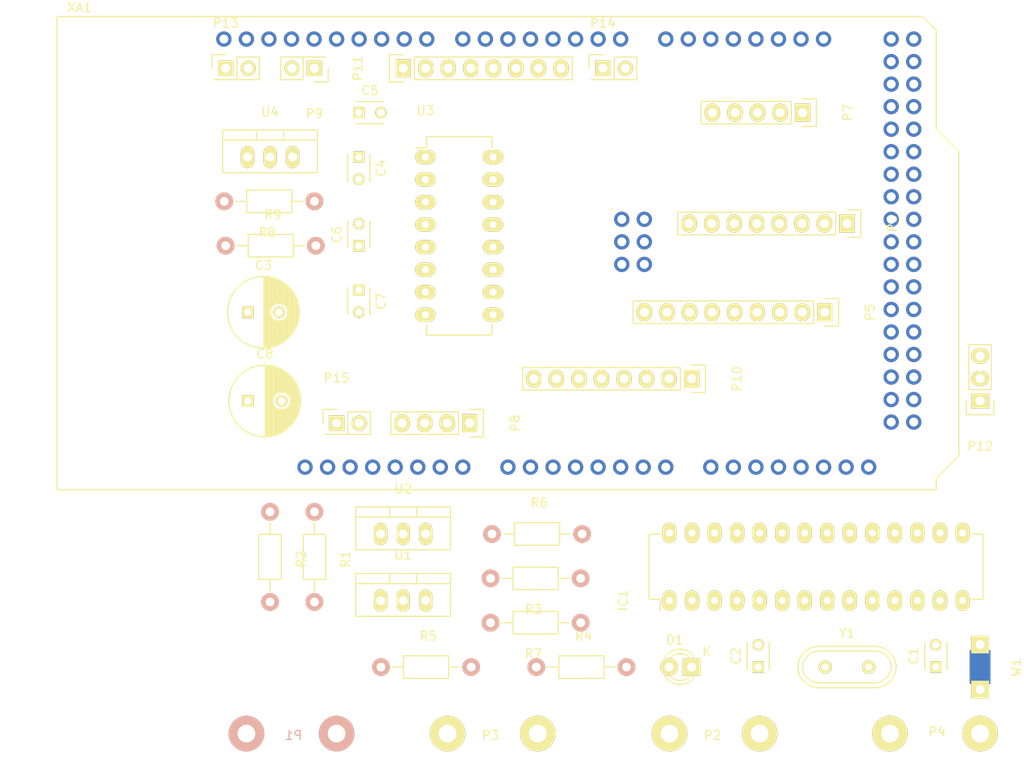
<source format=kicad_pcb>
(kicad_pcb (version 4) (host pcbnew 4.0.2+dfsg1-stable)

  (general
    (links 118)
    (no_connects 118)
    (area 141.876099 49.5226 257.608334 138.148301)
    (thickness 1.6)
    (drawings 0)
    (tracks 0)
    (zones 0)
    (modules 41)
    (nets 128)
  )

  (page A4)
  (layers
    (0 F.Cu signal)
    (31 B.Cu signal)
    (32 B.Adhes user)
    (33 F.Adhes user)
    (34 B.Paste user)
    (35 F.Paste user)
    (36 B.SilkS user)
    (37 F.SilkS user)
    (38 B.Mask user)
    (39 F.Mask user)
    (40 Dwgs.User user)
    (41 Cmts.User user)
    (42 Eco1.User user)
    (43 Eco2.User user)
    (44 Edge.Cuts user)
    (45 Margin user)
    (46 B.CrtYd user)
    (47 F.CrtYd user)
    (48 B.Fab user)
    (49 F.Fab user)
  )

  (setup
    (last_trace_width 0.25)
    (trace_clearance 0.2)
    (zone_clearance 0.508)
    (zone_45_only no)
    (trace_min 0.2)
    (segment_width 0.2)
    (edge_width 0.15)
    (via_size 0.6)
    (via_drill 0.4)
    (via_min_size 0.4)
    (via_min_drill 0.3)
    (uvia_size 0.3)
    (uvia_drill 0.1)
    (uvias_allowed no)
    (uvia_min_size 0.2)
    (uvia_min_drill 0.1)
    (pcb_text_width 0.3)
    (pcb_text_size 1.5 1.5)
    (mod_edge_width 0.15)
    (mod_text_size 1 1)
    (mod_text_width 0.15)
    (pad_size 1.524 1.524)
    (pad_drill 0.762)
    (pad_to_mask_clearance 0.2)
    (aux_axis_origin 0 0)
    (visible_elements FFFFFF7F)
    (pcbplotparams
      (layerselection 0x00030_80000001)
      (usegerberextensions false)
      (excludeedgelayer true)
      (linewidth 0.100000)
      (plotframeref false)
      (viasonmask false)
      (mode 1)
      (useauxorigin false)
      (hpglpennumber 1)
      (hpglpenspeed 20)
      (hpglpendiameter 15)
      (hpglpenoverlay 2)
      (psnegative false)
      (psa4output false)
      (plotreference true)
      (plotvalue true)
      (plotinvisibletext false)
      (padsonsilk false)
      (subtractmaskfromsilk false)
      (outputformat 1)
      (mirror false)
      (drillshape 1)
      (scaleselection 1)
      (outputdirectory ""))
  )

  (net 0 "")
  (net 1 "Net-(C1-Pad1)")
  (net 2 /Power_part/Ref_gnd)
  (net 3 "Net-(C2-Pad1)")
  (net 4 GND)
  (net 5 "Net-(C3-Pad1)")
  (net 6 "Net-(C4-Pad1)")
  (net 7 "Net-(C4-Pad2)")
  (net 8 "Net-(C5-Pad1)")
  (net 9 "Net-(C5-Pad2)")
  (net 10 "Net-(C6-Pad2)")
  (net 11 "Net-(C7-Pad2)")
  (net 12 "Net-(C8-Pad1)")
  (net 13 "Net-(D1-Pad2)")
  (net 14 "Net-(IC1-Pad1)")
  (net 15 "Net-(IC1-Pad2)")
  (net 16 "Net-(IC1-Pad3)")
  (net 17 /Power_part/D3)
  (net 18 /Power_part/Feedback_Mega)
  (net 19 /Power_part/D5)
  (net 20 +5V)
  (net 21 "Net-(IC1-Pad11)")
  (net 22 "Net-(IC1-Pad12)")
  (net 23 "Net-(IC1-Pad13)")
  (net 24 "Net-(IC1-Pad14)")
  (net 25 "Net-(IC1-Pad15)")
  (net 26 "Net-(IC1-Pad16)")
  (net 27 "Net-(IC1-Pad17)")
  (net 28 "Net-(IC1-Pad18)")
  (net 29 "Net-(IC1-Pad19)")
  (net 30 "Net-(IC1-Pad21)")
  (net 31 /Power_part/Batt_plus)
  (net 32 /Power_part/A1)
  (net 33 "Net-(IC1-Pad25)")
  (net 34 "Net-(IC1-Pad26)")
  (net 35 "Net-(IC1-Pad27)")
  (net 36 "Net-(IC1-Pad28)")
  (net 37 /Power_part/MSFT_SOLAR_S)
  (net 38 "Net-(P5-Pad1)")
  (net 39 "Net-(P5-Pad2)")
  (net 40 "Net-(P5-Pad3)")
  (net 41 "Net-(P5-Pad4)")
  (net 42 /Logger_part/MEGA_RX_1)
  (net 43 /Logger_part/MEGA_TX_1)
  (net 44 "Net-(P5-Pad9)")
  (net 45 "Net-(P6-Pad1)")
  (net 46 /Logger_part/SS)
  (net 47 /Logger_part/MOSI)
  (net 48 /Logger_part/MISO)
  (net 49 /Logger_part/SCK)
  (net 50 "Net-(P6-Pad7)")
  (net 51 /Logger_part/IRD_RXC)
  (net 52 /Logger_part/IRD_TXD)
  (net 53 /Logger_part/IRD_ON_OFF)
  (net 54 /Logger_part/VN_YELLOW)
  (net 55 /Logger_part/VN_WHITE)
  (net 56 /Logger_part/ANALOG_1)
  (net 57 /Logger_part/ANALOG_2)
  (net 58 /Logger_part/ANALOG_3)
  (net 59 /Logger_part/ANALOG_4)
  (net 60 /Logger_part/ANALOG_5)
  (net 61 /Logger_part/ANALOG_6)
  (net 62 /Logger_part/ANALOG_7)
  (net 63 /Logger_part/ANALOG_8)
  (net 64 /Logger_part/DGTL_1)
  (net 65 /Logger_part/DGTL_2)
  (net 66 /Logger_part/DGTL_3)
  (net 67 /Logger_part/DGTL_4)
  (net 68 /Logger_part/DGTL_5)
  (net 69 /Logger_part/DGTL_6)
  (net 70 /Logger_part/DGTL_7)
  (net 71 /Logger_part/DGTL_8)
  (net 72 /Logger_part/SCL)
  (net 73 /Logger_part/SDA)
  (net 74 /Logger_part/TX0)
  (net 75 /Logger_part/RX0)
  (net 76 /Logger_part/RPI_control)
  (net 77 /Logger_part/RX3)
  (net 78 /Logger_part/TX3)
  (net 79 "Net-(XA1-PadRST2)")
  (net 80 "Net-(XA1-PadGND4)")
  (net 81 "Net-(XA1-PadMOSI)")
  (net 82 "Net-(XA1-PadSCK)")
  (net 83 "Net-(XA1-Pad5V2)")
  (net 84 "Net-(XA1-PadVIN)")
  (net 85 "Net-(XA1-Pad3V3)")
  (net 86 "Net-(XA1-PadIORF)")
  (net 87 "Net-(XA1-PadD21)")
  (net 88 "Net-(XA1-PadD20)")
  (net 89 "Net-(XA1-PadD10)")
  (net 90 "Net-(XA1-PadAREF)")
  (net 91 "Net-(XA1-PadD13)")
  (net 92 "Net-(XA1-PadD12)")
  (net 93 "Net-(XA1-PadD11)")
  (net 94 "Net-(XA1-PadA9)")
  (net 95 "Net-(XA1-PadA10)")
  (net 96 "Net-(XA1-PadA11)")
  (net 97 "Net-(XA1-PadA12)")
  (net 98 "Net-(XA1-PadA13)")
  (net 99 "Net-(XA1-PadA14)")
  (net 100 "Net-(XA1-PadA15)")
  (net 101 "Net-(XA1-PadD22)")
  (net 102 "Net-(XA1-PadD23)")
  (net 103 "Net-(XA1-PadD24)")
  (net 104 "Net-(XA1-PadD25)")
  (net 105 "Net-(XA1-PadD26)")
  (net 106 "Net-(XA1-PadD27)")
  (net 107 "Net-(XA1-PadD28)")
  (net 108 "Net-(XA1-PadD29)")
  (net 109 "Net-(XA1-PadD30)")
  (net 110 "Net-(XA1-PadD31)")
  (net 111 "Net-(XA1-PadD32)")
  (net 112 "Net-(XA1-PadD33)")
  (net 113 "Net-(XA1-PadD34)")
  (net 114 "Net-(XA1-PadD35)")
  (net 115 "Net-(XA1-PadD36)")
  (net 116 "Net-(XA1-PadD37)")
  (net 117 "Net-(XA1-PadD38)")
  (net 118 "Net-(XA1-PadD39)")
  (net 119 "Net-(XA1-PadD40)")
  (net 120 "Net-(XA1-PadD41)")
  (net 121 "Net-(XA1-PadD42)")
  (net 122 "Net-(XA1-PadD43)")
  (net 123 "Net-(XA1-PadD44)")
  (net 124 "Net-(XA1-PadD45)")
  (net 125 "Net-(XA1-PadD47)")
  (net 126 "Net-(XA1-PadMISO)")
  (net 127 /Power_part/Mega_ground)

  (net_class Default "This is the default net class."
    (clearance 0.2)
    (trace_width 0.25)
    (via_dia 0.6)
    (via_drill 0.4)
    (uvia_dia 0.3)
    (uvia_drill 0.1)
    (add_net +5V)
    (add_net /Logger_part/ANALOG_1)
    (add_net /Logger_part/ANALOG_2)
    (add_net /Logger_part/ANALOG_3)
    (add_net /Logger_part/ANALOG_4)
    (add_net /Logger_part/ANALOG_5)
    (add_net /Logger_part/ANALOG_6)
    (add_net /Logger_part/ANALOG_7)
    (add_net /Logger_part/ANALOG_8)
    (add_net /Logger_part/DGTL_1)
    (add_net /Logger_part/DGTL_2)
    (add_net /Logger_part/DGTL_3)
    (add_net /Logger_part/DGTL_4)
    (add_net /Logger_part/DGTL_5)
    (add_net /Logger_part/DGTL_6)
    (add_net /Logger_part/DGTL_7)
    (add_net /Logger_part/DGTL_8)
    (add_net /Logger_part/IRD_ON_OFF)
    (add_net /Logger_part/IRD_RXC)
    (add_net /Logger_part/IRD_TXD)
    (add_net /Logger_part/MEGA_RX_1)
    (add_net /Logger_part/MEGA_TX_1)
    (add_net /Logger_part/MISO)
    (add_net /Logger_part/MOSI)
    (add_net /Logger_part/RPI_control)
    (add_net /Logger_part/RX0)
    (add_net /Logger_part/RX3)
    (add_net /Logger_part/SCK)
    (add_net /Logger_part/SCL)
    (add_net /Logger_part/SDA)
    (add_net /Logger_part/SS)
    (add_net /Logger_part/TX0)
    (add_net /Logger_part/TX3)
    (add_net /Logger_part/VN_WHITE)
    (add_net /Logger_part/VN_YELLOW)
    (add_net /Power_part/A1)
    (add_net /Power_part/Batt_plus)
    (add_net /Power_part/D3)
    (add_net /Power_part/D5)
    (add_net /Power_part/Feedback_Mega)
    (add_net /Power_part/MSFT_SOLAR_S)
    (add_net /Power_part/Mega_ground)
    (add_net /Power_part/Ref_gnd)
    (add_net GND)
    (add_net "Net-(C1-Pad1)")
    (add_net "Net-(C2-Pad1)")
    (add_net "Net-(C3-Pad1)")
    (add_net "Net-(C4-Pad1)")
    (add_net "Net-(C4-Pad2)")
    (add_net "Net-(C5-Pad1)")
    (add_net "Net-(C5-Pad2)")
    (add_net "Net-(C6-Pad2)")
    (add_net "Net-(C7-Pad2)")
    (add_net "Net-(C8-Pad1)")
    (add_net "Net-(D1-Pad2)")
    (add_net "Net-(IC1-Pad1)")
    (add_net "Net-(IC1-Pad11)")
    (add_net "Net-(IC1-Pad12)")
    (add_net "Net-(IC1-Pad13)")
    (add_net "Net-(IC1-Pad14)")
    (add_net "Net-(IC1-Pad15)")
    (add_net "Net-(IC1-Pad16)")
    (add_net "Net-(IC1-Pad17)")
    (add_net "Net-(IC1-Pad18)")
    (add_net "Net-(IC1-Pad19)")
    (add_net "Net-(IC1-Pad2)")
    (add_net "Net-(IC1-Pad21)")
    (add_net "Net-(IC1-Pad25)")
    (add_net "Net-(IC1-Pad26)")
    (add_net "Net-(IC1-Pad27)")
    (add_net "Net-(IC1-Pad28)")
    (add_net "Net-(IC1-Pad3)")
    (add_net "Net-(P5-Pad1)")
    (add_net "Net-(P5-Pad2)")
    (add_net "Net-(P5-Pad3)")
    (add_net "Net-(P5-Pad4)")
    (add_net "Net-(P5-Pad9)")
    (add_net "Net-(P6-Pad1)")
    (add_net "Net-(P6-Pad7)")
    (add_net "Net-(XA1-Pad3V3)")
    (add_net "Net-(XA1-Pad5V2)")
    (add_net "Net-(XA1-PadA10)")
    (add_net "Net-(XA1-PadA11)")
    (add_net "Net-(XA1-PadA12)")
    (add_net "Net-(XA1-PadA13)")
    (add_net "Net-(XA1-PadA14)")
    (add_net "Net-(XA1-PadA15)")
    (add_net "Net-(XA1-PadA9)")
    (add_net "Net-(XA1-PadAREF)")
    (add_net "Net-(XA1-PadD10)")
    (add_net "Net-(XA1-PadD11)")
    (add_net "Net-(XA1-PadD12)")
    (add_net "Net-(XA1-PadD13)")
    (add_net "Net-(XA1-PadD20)")
    (add_net "Net-(XA1-PadD21)")
    (add_net "Net-(XA1-PadD22)")
    (add_net "Net-(XA1-PadD23)")
    (add_net "Net-(XA1-PadD24)")
    (add_net "Net-(XA1-PadD25)")
    (add_net "Net-(XA1-PadD26)")
    (add_net "Net-(XA1-PadD27)")
    (add_net "Net-(XA1-PadD28)")
    (add_net "Net-(XA1-PadD29)")
    (add_net "Net-(XA1-PadD30)")
    (add_net "Net-(XA1-PadD31)")
    (add_net "Net-(XA1-PadD32)")
    (add_net "Net-(XA1-PadD33)")
    (add_net "Net-(XA1-PadD34)")
    (add_net "Net-(XA1-PadD35)")
    (add_net "Net-(XA1-PadD36)")
    (add_net "Net-(XA1-PadD37)")
    (add_net "Net-(XA1-PadD38)")
    (add_net "Net-(XA1-PadD39)")
    (add_net "Net-(XA1-PadD40)")
    (add_net "Net-(XA1-PadD41)")
    (add_net "Net-(XA1-PadD42)")
    (add_net "Net-(XA1-PadD43)")
    (add_net "Net-(XA1-PadD44)")
    (add_net "Net-(XA1-PadD45)")
    (add_net "Net-(XA1-PadD47)")
    (add_net "Net-(XA1-PadGND4)")
    (add_net "Net-(XA1-PadIORF)")
    (add_net "Net-(XA1-PadMISO)")
    (add_net "Net-(XA1-PadMOSI)")
    (add_net "Net-(XA1-PadRST2)")
    (add_net "Net-(XA1-PadSCK)")
    (add_net "Net-(XA1-PadVIN)")
  )

  (module Capacitors_ThroughHole:C_Disc_D3_P2.5 (layer F.Cu) (tedit 0) (tstamp 5B098328)
    (at 247.5 125 90)
    (descr "Capacitor 3mm Disc, Pitch 2.5mm")
    (tags Capacitor)
    (path /5B0974B7/5B0976CF)
    (fp_text reference C1 (at 1.25 -2.5 90) (layer F.SilkS)
      (effects (font (size 1 1) (thickness 0.15)))
    )
    (fp_text value 20pF (at 1.25 2.5 90) (layer F.Fab)
      (effects (font (size 1 1) (thickness 0.15)))
    )
    (fp_line (start -0.9 -1.5) (end 3.4 -1.5) (layer F.CrtYd) (width 0.05))
    (fp_line (start 3.4 -1.5) (end 3.4 1.5) (layer F.CrtYd) (width 0.05))
    (fp_line (start 3.4 1.5) (end -0.9 1.5) (layer F.CrtYd) (width 0.05))
    (fp_line (start -0.9 1.5) (end -0.9 -1.5) (layer F.CrtYd) (width 0.05))
    (fp_line (start -0.25 -1.25) (end 2.75 -1.25) (layer F.SilkS) (width 0.15))
    (fp_line (start 2.75 1.25) (end -0.25 1.25) (layer F.SilkS) (width 0.15))
    (pad 1 thru_hole rect (at 0 0 90) (size 1.3 1.3) (drill 0.8) (layers *.Cu *.Mask F.SilkS)
      (net 1 "Net-(C1-Pad1)"))
    (pad 2 thru_hole circle (at 2.5 0 90) (size 1.3 1.3) (drill 0.8001) (layers *.Cu *.Mask F.SilkS)
      (net 2 /Power_part/Ref_gnd))
    (model Capacitors_ThroughHole.3dshapes/C_Disc_D3_P2.5.wrl
      (at (xyz 0.0492126 0 0))
      (scale (xyz 1 1 1))
      (rotate (xyz 0 0 0))
    )
  )

  (module Capacitors_ThroughHole:C_Disc_D3_P2.5 (layer F.Cu) (tedit 0) (tstamp 5B09832E)
    (at 227.5 125 90)
    (descr "Capacitor 3mm Disc, Pitch 2.5mm")
    (tags Capacitor)
    (path /5B0974B7/5B0976CE)
    (fp_text reference C2 (at 1.25 -2.5 90) (layer F.SilkS)
      (effects (font (size 1 1) (thickness 0.15)))
    )
    (fp_text value 20pF (at 1.25 2.5 90) (layer F.Fab)
      (effects (font (size 1 1) (thickness 0.15)))
    )
    (fp_line (start -0.9 -1.5) (end 3.4 -1.5) (layer F.CrtYd) (width 0.05))
    (fp_line (start 3.4 -1.5) (end 3.4 1.5) (layer F.CrtYd) (width 0.05))
    (fp_line (start 3.4 1.5) (end -0.9 1.5) (layer F.CrtYd) (width 0.05))
    (fp_line (start -0.9 1.5) (end -0.9 -1.5) (layer F.CrtYd) (width 0.05))
    (fp_line (start -0.25 -1.25) (end 2.75 -1.25) (layer F.SilkS) (width 0.15))
    (fp_line (start 2.75 1.25) (end -0.25 1.25) (layer F.SilkS) (width 0.15))
    (pad 1 thru_hole rect (at 0 0 90) (size 1.3 1.3) (drill 0.8) (layers *.Cu *.Mask F.SilkS)
      (net 3 "Net-(C2-Pad1)"))
    (pad 2 thru_hole circle (at 2.5 0 90) (size 1.3 1.3) (drill 0.8001) (layers *.Cu *.Mask F.SilkS)
      (net 2 /Power_part/Ref_gnd))
    (model Capacitors_ThroughHole.3dshapes/C_Disc_D3_P2.5.wrl
      (at (xyz 0.0492126 0 0))
      (scale (xyz 1 1 1))
      (rotate (xyz 0 0 0))
    )
  )

  (module Capacitors_ThroughHole:C_Radial_D8_L11.5_P3.5 (layer F.Cu) (tedit 0) (tstamp 5B098334)
    (at 170 85)
    (descr "Radial Electrolytic Capacitor Diameter 8mm x Length 11.5mm, Pitch 3.5mm")
    (tags "Electrolytic Capacitor")
    (path /5B0974DF/5B09A213)
    (fp_text reference C3 (at 1.75 -5.3) (layer F.SilkS)
      (effects (font (size 1 1) (thickness 0.15)))
    )
    (fp_text value 1uF (at 1.75 5.3) (layer F.Fab)
      (effects (font (size 1 1) (thickness 0.15)))
    )
    (fp_line (start 1.825 -3.999) (end 1.825 3.999) (layer F.SilkS) (width 0.15))
    (fp_line (start 1.965 -3.994) (end 1.965 3.994) (layer F.SilkS) (width 0.15))
    (fp_line (start 2.105 -3.984) (end 2.105 3.984) (layer F.SilkS) (width 0.15))
    (fp_line (start 2.245 -3.969) (end 2.245 3.969) (layer F.SilkS) (width 0.15))
    (fp_line (start 2.385 -3.949) (end 2.385 3.949) (layer F.SilkS) (width 0.15))
    (fp_line (start 2.525 -3.924) (end 2.525 -0.222) (layer F.SilkS) (width 0.15))
    (fp_line (start 2.525 0.222) (end 2.525 3.924) (layer F.SilkS) (width 0.15))
    (fp_line (start 2.665 -3.894) (end 2.665 -0.55) (layer F.SilkS) (width 0.15))
    (fp_line (start 2.665 0.55) (end 2.665 3.894) (layer F.SilkS) (width 0.15))
    (fp_line (start 2.805 -3.858) (end 2.805 -0.719) (layer F.SilkS) (width 0.15))
    (fp_line (start 2.805 0.719) (end 2.805 3.858) (layer F.SilkS) (width 0.15))
    (fp_line (start 2.945 -3.817) (end 2.945 -0.832) (layer F.SilkS) (width 0.15))
    (fp_line (start 2.945 0.832) (end 2.945 3.817) (layer F.SilkS) (width 0.15))
    (fp_line (start 3.085 -3.771) (end 3.085 -0.91) (layer F.SilkS) (width 0.15))
    (fp_line (start 3.085 0.91) (end 3.085 3.771) (layer F.SilkS) (width 0.15))
    (fp_line (start 3.225 -3.718) (end 3.225 -0.961) (layer F.SilkS) (width 0.15))
    (fp_line (start 3.225 0.961) (end 3.225 3.718) (layer F.SilkS) (width 0.15))
    (fp_line (start 3.365 -3.659) (end 3.365 -0.991) (layer F.SilkS) (width 0.15))
    (fp_line (start 3.365 0.991) (end 3.365 3.659) (layer F.SilkS) (width 0.15))
    (fp_line (start 3.505 -3.594) (end 3.505 -1) (layer F.SilkS) (width 0.15))
    (fp_line (start 3.505 1) (end 3.505 3.594) (layer F.SilkS) (width 0.15))
    (fp_line (start 3.645 -3.523) (end 3.645 -0.989) (layer F.SilkS) (width 0.15))
    (fp_line (start 3.645 0.989) (end 3.645 3.523) (layer F.SilkS) (width 0.15))
    (fp_line (start 3.785 -3.444) (end 3.785 -0.959) (layer F.SilkS) (width 0.15))
    (fp_line (start 3.785 0.959) (end 3.785 3.444) (layer F.SilkS) (width 0.15))
    (fp_line (start 3.925 -3.357) (end 3.925 -0.905) (layer F.SilkS) (width 0.15))
    (fp_line (start 3.925 0.905) (end 3.925 3.357) (layer F.SilkS) (width 0.15))
    (fp_line (start 4.065 -3.262) (end 4.065 -0.825) (layer F.SilkS) (width 0.15))
    (fp_line (start 4.065 0.825) (end 4.065 3.262) (layer F.SilkS) (width 0.15))
    (fp_line (start 4.205 -3.158) (end 4.205 -0.709) (layer F.SilkS) (width 0.15))
    (fp_line (start 4.205 0.709) (end 4.205 3.158) (layer F.SilkS) (width 0.15))
    (fp_line (start 4.345 -3.044) (end 4.345 -0.535) (layer F.SilkS) (width 0.15))
    (fp_line (start 4.345 0.535) (end 4.345 3.044) (layer F.SilkS) (width 0.15))
    (fp_line (start 4.485 -2.919) (end 4.485 -0.173) (layer F.SilkS) (width 0.15))
    (fp_line (start 4.485 0.173) (end 4.485 2.919) (layer F.SilkS) (width 0.15))
    (fp_line (start 4.625 -2.781) (end 4.625 2.781) (layer F.SilkS) (width 0.15))
    (fp_line (start 4.765 -2.629) (end 4.765 2.629) (layer F.SilkS) (width 0.15))
    (fp_line (start 4.905 -2.459) (end 4.905 2.459) (layer F.SilkS) (width 0.15))
    (fp_line (start 5.045 -2.268) (end 5.045 2.268) (layer F.SilkS) (width 0.15))
    (fp_line (start 5.185 -2.05) (end 5.185 2.05) (layer F.SilkS) (width 0.15))
    (fp_line (start 5.325 -1.794) (end 5.325 1.794) (layer F.SilkS) (width 0.15))
    (fp_line (start 5.465 -1.483) (end 5.465 1.483) (layer F.SilkS) (width 0.15))
    (fp_line (start 5.605 -1.067) (end 5.605 1.067) (layer F.SilkS) (width 0.15))
    (fp_line (start 5.745 -0.2) (end 5.745 0.2) (layer F.SilkS) (width 0.15))
    (fp_circle (center 3.5 0) (end 3.5 -1) (layer F.SilkS) (width 0.15))
    (fp_circle (center 1.75 0) (end 1.75 -4.0375) (layer F.SilkS) (width 0.15))
    (fp_circle (center 1.75 0) (end 1.75 -4.3) (layer F.CrtYd) (width 0.05))
    (pad 2 thru_hole circle (at 3.5 0) (size 1.3 1.3) (drill 0.8) (layers *.Cu *.Mask F.SilkS)
      (net 127 /Power_part/Mega_ground))
    (pad 1 thru_hole rect (at 0 0) (size 1.3 1.3) (drill 0.8) (layers *.Cu *.Mask F.SilkS)
      (net 5 "Net-(C3-Pad1)"))
    (model Capacitors_ThroughHole.3dshapes/C_Radial_D8_L11.5_P3.5.wrl
      (at (xyz 0 0 0))
      (scale (xyz 1 1 1))
      (rotate (xyz 0 0 0))
    )
  )

  (module Capacitors_ThroughHole:C_Disc_D3_P2.5 (layer F.Cu) (tedit 0) (tstamp 5B09833A)
    (at 182.5 67.5 270)
    (descr "Capacitor 3mm Disc, Pitch 2.5mm")
    (tags Capacitor)
    (path /5B0974DF/5B09A236)
    (fp_text reference C4 (at 1.25 -2.5 270) (layer F.SilkS)
      (effects (font (size 1 1) (thickness 0.15)))
    )
    (fp_text value 1.0uF (at 1.25 2.5 270) (layer F.Fab)
      (effects (font (size 1 1) (thickness 0.15)))
    )
    (fp_line (start -0.9 -1.5) (end 3.4 -1.5) (layer F.CrtYd) (width 0.05))
    (fp_line (start 3.4 -1.5) (end 3.4 1.5) (layer F.CrtYd) (width 0.05))
    (fp_line (start 3.4 1.5) (end -0.9 1.5) (layer F.CrtYd) (width 0.05))
    (fp_line (start -0.9 1.5) (end -0.9 -1.5) (layer F.CrtYd) (width 0.05))
    (fp_line (start -0.25 -1.25) (end 2.75 -1.25) (layer F.SilkS) (width 0.15))
    (fp_line (start 2.75 1.25) (end -0.25 1.25) (layer F.SilkS) (width 0.15))
    (pad 1 thru_hole rect (at 0 0 270) (size 1.3 1.3) (drill 0.8) (layers *.Cu *.Mask F.SilkS)
      (net 6 "Net-(C4-Pad1)"))
    (pad 2 thru_hole circle (at 2.5 0 270) (size 1.3 1.3) (drill 0.8001) (layers *.Cu *.Mask F.SilkS)
      (net 7 "Net-(C4-Pad2)"))
    (model Capacitors_ThroughHole.3dshapes/C_Disc_D3_P2.5.wrl
      (at (xyz 0.0492126 0 0))
      (scale (xyz 1 1 1))
      (rotate (xyz 0 0 0))
    )
  )

  (module Capacitors_ThroughHole:C_Disc_D3_P2.5 (layer F.Cu) (tedit 0) (tstamp 5B098340)
    (at 182.5 62.5)
    (descr "Capacitor 3mm Disc, Pitch 2.5mm")
    (tags Capacitor)
    (path /5B0974DF/5B09A237)
    (fp_text reference C5 (at 1.25 -2.5) (layer F.SilkS)
      (effects (font (size 1 1) (thickness 0.15)))
    )
    (fp_text value 1.0uF (at 1.25 2.5) (layer F.Fab)
      (effects (font (size 1 1) (thickness 0.15)))
    )
    (fp_line (start -0.9 -1.5) (end 3.4 -1.5) (layer F.CrtYd) (width 0.05))
    (fp_line (start 3.4 -1.5) (end 3.4 1.5) (layer F.CrtYd) (width 0.05))
    (fp_line (start 3.4 1.5) (end -0.9 1.5) (layer F.CrtYd) (width 0.05))
    (fp_line (start -0.9 1.5) (end -0.9 -1.5) (layer F.CrtYd) (width 0.05))
    (fp_line (start -0.25 -1.25) (end 2.75 -1.25) (layer F.SilkS) (width 0.15))
    (fp_line (start 2.75 1.25) (end -0.25 1.25) (layer F.SilkS) (width 0.15))
    (pad 1 thru_hole rect (at 0 0) (size 1.3 1.3) (drill 0.8) (layers *.Cu *.Mask F.SilkS)
      (net 8 "Net-(C5-Pad1)"))
    (pad 2 thru_hole circle (at 2.5 0) (size 1.3 1.3) (drill 0.8001) (layers *.Cu *.Mask F.SilkS)
      (net 9 "Net-(C5-Pad2)"))
    (model Capacitors_ThroughHole.3dshapes/C_Disc_D3_P2.5.wrl
      (at (xyz 0.0492126 0 0))
      (scale (xyz 1 1 1))
      (rotate (xyz 0 0 0))
    )
  )

  (module Capacitors_ThroughHole:C_Disc_D3_P2.5 (layer F.Cu) (tedit 0) (tstamp 5B098346)
    (at 182.5 77.5 90)
    (descr "Capacitor 3mm Disc, Pitch 2.5mm")
    (tags Capacitor)
    (path /5B0974DF/5B09A238)
    (fp_text reference C6 (at 1.25 -2.5 90) (layer F.SilkS)
      (effects (font (size 1 1) (thickness 0.15)))
    )
    (fp_text value 1.0uF (at 1.25 2.5 90) (layer F.Fab)
      (effects (font (size 1 1) (thickness 0.15)))
    )
    (fp_line (start -0.9 -1.5) (end 3.4 -1.5) (layer F.CrtYd) (width 0.05))
    (fp_line (start 3.4 -1.5) (end 3.4 1.5) (layer F.CrtYd) (width 0.05))
    (fp_line (start 3.4 1.5) (end -0.9 1.5) (layer F.CrtYd) (width 0.05))
    (fp_line (start -0.9 1.5) (end -0.9 -1.5) (layer F.CrtYd) (width 0.05))
    (fp_line (start -0.25 -1.25) (end 2.75 -1.25) (layer F.SilkS) (width 0.15))
    (fp_line (start 2.75 1.25) (end -0.25 1.25) (layer F.SilkS) (width 0.15))
    (pad 1 thru_hole rect (at 0 0 90) (size 1.3 1.3) (drill 0.8) (layers *.Cu *.Mask F.SilkS)
      (net 127 /Power_part/Mega_ground))
    (pad 2 thru_hole circle (at 2.5 0 90) (size 1.3 1.3) (drill 0.8001) (layers *.Cu *.Mask F.SilkS)
      (net 10 "Net-(C6-Pad2)"))
    (model Capacitors_ThroughHole.3dshapes/C_Disc_D3_P2.5.wrl
      (at (xyz 0.0492126 0 0))
      (scale (xyz 1 1 1))
      (rotate (xyz 0 0 0))
    )
  )

  (module Capacitors_ThroughHole:C_Disc_D3_P2.5 (layer F.Cu) (tedit 0) (tstamp 5B09834C)
    (at 182.5 82.5 270)
    (descr "Capacitor 3mm Disc, Pitch 2.5mm")
    (tags Capacitor)
    (path /5B0974DF/5B09A239)
    (fp_text reference C7 (at 1.25 -2.5 270) (layer F.SilkS)
      (effects (font (size 1 1) (thickness 0.15)))
    )
    (fp_text value 1.0uF (at 1.25 2.5 270) (layer F.Fab)
      (effects (font (size 1 1) (thickness 0.15)))
    )
    (fp_line (start -0.9 -1.5) (end 3.4 -1.5) (layer F.CrtYd) (width 0.05))
    (fp_line (start 3.4 -1.5) (end 3.4 1.5) (layer F.CrtYd) (width 0.05))
    (fp_line (start 3.4 1.5) (end -0.9 1.5) (layer F.CrtYd) (width 0.05))
    (fp_line (start -0.9 1.5) (end -0.9 -1.5) (layer F.CrtYd) (width 0.05))
    (fp_line (start -0.25 -1.25) (end 2.75 -1.25) (layer F.SilkS) (width 0.15))
    (fp_line (start 2.75 1.25) (end -0.25 1.25) (layer F.SilkS) (width 0.15))
    (pad 1 thru_hole rect (at 0 0 270) (size 1.3 1.3) (drill 0.8) (layers *.Cu *.Mask F.SilkS)
      (net 127 /Power_part/Mega_ground))
    (pad 2 thru_hole circle (at 2.5 0 270) (size 1.3 1.3) (drill 0.8001) (layers *.Cu *.Mask F.SilkS)
      (net 11 "Net-(C7-Pad2)"))
    (model Capacitors_ThroughHole.3dshapes/C_Disc_D3_P2.5.wrl
      (at (xyz 0.0492126 0 0))
      (scale (xyz 1 1 1))
      (rotate (xyz 0 0 0))
    )
  )

  (module Capacitors_ThroughHole:C_Radial_D8_L13_P3.8 (layer F.Cu) (tedit 0) (tstamp 5B098352)
    (at 170 95)
    (descr "Radial Electrolytic Capacitor Diameter 8mm x Length 13mm, Pitch 3.8mm")
    (tags "Electrolytic Capacitor")
    (path /5B0974DF/5B09A21F)
    (fp_text reference C8 (at 1.9 -5.3) (layer F.SilkS)
      (effects (font (size 1 1) (thickness 0.15)))
    )
    (fp_text value 1000uF (at 1.9 5.3) (layer F.Fab)
      (effects (font (size 1 1) (thickness 0.15)))
    )
    (fp_line (start 1.975 -3.999) (end 1.975 3.999) (layer F.SilkS) (width 0.15))
    (fp_line (start 2.115 -3.994) (end 2.115 3.994) (layer F.SilkS) (width 0.15))
    (fp_line (start 2.255 -3.984) (end 2.255 3.984) (layer F.SilkS) (width 0.15))
    (fp_line (start 2.395 -3.969) (end 2.395 3.969) (layer F.SilkS) (width 0.15))
    (fp_line (start 2.535 -3.949) (end 2.535 3.949) (layer F.SilkS) (width 0.15))
    (fp_line (start 2.675 -3.924) (end 2.675 3.924) (layer F.SilkS) (width 0.15))
    (fp_line (start 2.815 -3.894) (end 2.815 -0.173) (layer F.SilkS) (width 0.15))
    (fp_line (start 2.815 0.173) (end 2.815 3.894) (layer F.SilkS) (width 0.15))
    (fp_line (start 2.955 -3.858) (end 2.955 -0.535) (layer F.SilkS) (width 0.15))
    (fp_line (start 2.955 0.535) (end 2.955 3.858) (layer F.SilkS) (width 0.15))
    (fp_line (start 3.095 -3.817) (end 3.095 -0.709) (layer F.SilkS) (width 0.15))
    (fp_line (start 3.095 0.709) (end 3.095 3.817) (layer F.SilkS) (width 0.15))
    (fp_line (start 3.235 -3.771) (end 3.235 -0.825) (layer F.SilkS) (width 0.15))
    (fp_line (start 3.235 0.825) (end 3.235 3.771) (layer F.SilkS) (width 0.15))
    (fp_line (start 3.375 -3.718) (end 3.375 -0.905) (layer F.SilkS) (width 0.15))
    (fp_line (start 3.375 0.905) (end 3.375 3.718) (layer F.SilkS) (width 0.15))
    (fp_line (start 3.515 -3.659) (end 3.515 -0.959) (layer F.SilkS) (width 0.15))
    (fp_line (start 3.515 0.959) (end 3.515 3.659) (layer F.SilkS) (width 0.15))
    (fp_line (start 3.655 -3.594) (end 3.655 -0.989) (layer F.SilkS) (width 0.15))
    (fp_line (start 3.655 0.989) (end 3.655 3.594) (layer F.SilkS) (width 0.15))
    (fp_line (start 3.795 -3.523) (end 3.795 -1) (layer F.SilkS) (width 0.15))
    (fp_line (start 3.795 1) (end 3.795 3.523) (layer F.SilkS) (width 0.15))
    (fp_line (start 3.935 -3.444) (end 3.935 -0.991) (layer F.SilkS) (width 0.15))
    (fp_line (start 3.935 0.991) (end 3.935 3.444) (layer F.SilkS) (width 0.15))
    (fp_line (start 4.075 -3.357) (end 4.075 -0.961) (layer F.SilkS) (width 0.15))
    (fp_line (start 4.075 0.961) (end 4.075 3.357) (layer F.SilkS) (width 0.15))
    (fp_line (start 4.215 -3.262) (end 4.215 -0.91) (layer F.SilkS) (width 0.15))
    (fp_line (start 4.215 0.91) (end 4.215 3.262) (layer F.SilkS) (width 0.15))
    (fp_line (start 4.355 -3.158) (end 4.355 -0.832) (layer F.SilkS) (width 0.15))
    (fp_line (start 4.355 0.832) (end 4.355 3.158) (layer F.SilkS) (width 0.15))
    (fp_line (start 4.495 -3.044) (end 4.495 -0.719) (layer F.SilkS) (width 0.15))
    (fp_line (start 4.495 0.719) (end 4.495 3.044) (layer F.SilkS) (width 0.15))
    (fp_line (start 4.635 -2.919) (end 4.635 -0.55) (layer F.SilkS) (width 0.15))
    (fp_line (start 4.635 0.55) (end 4.635 2.919) (layer F.SilkS) (width 0.15))
    (fp_line (start 4.775 -2.781) (end 4.775 -0.222) (layer F.SilkS) (width 0.15))
    (fp_line (start 4.775 0.222) (end 4.775 2.781) (layer F.SilkS) (width 0.15))
    (fp_line (start 4.915 -2.629) (end 4.915 2.629) (layer F.SilkS) (width 0.15))
    (fp_line (start 5.055 -2.459) (end 5.055 2.459) (layer F.SilkS) (width 0.15))
    (fp_line (start 5.195 -2.268) (end 5.195 2.268) (layer F.SilkS) (width 0.15))
    (fp_line (start 5.335 -2.05) (end 5.335 2.05) (layer F.SilkS) (width 0.15))
    (fp_line (start 5.475 -1.794) (end 5.475 1.794) (layer F.SilkS) (width 0.15))
    (fp_line (start 5.615 -1.483) (end 5.615 1.483) (layer F.SilkS) (width 0.15))
    (fp_line (start 5.755 -1.067) (end 5.755 1.067) (layer F.SilkS) (width 0.15))
    (fp_line (start 5.895 -0.2) (end 5.895 0.2) (layer F.SilkS) (width 0.15))
    (fp_circle (center 3.8 0) (end 3.8 -1) (layer F.SilkS) (width 0.15))
    (fp_circle (center 1.9 0) (end 1.9 -4.0375) (layer F.SilkS) (width 0.15))
    (fp_circle (center 1.9 0) (end 1.9 -4.3) (layer F.CrtYd) (width 0.05))
    (pad 1 thru_hole rect (at 0 0) (size 1.3 1.3) (drill 0.8) (layers *.Cu *.Mask F.SilkS)
      (net 12 "Net-(C8-Pad1)"))
    (pad 2 thru_hole circle (at 3.8 0) (size 1.3 1.3) (drill 0.8) (layers *.Cu *.Mask F.SilkS)
      (net 127 /Power_part/Mega_ground))
    (model Capacitors_ThroughHole.3dshapes/C_Radial_D8_L13_P3.8.wrl
      (at (xyz 0.0748031 0 0))
      (scale (xyz 1 1 1))
      (rotate (xyz 0 0 90))
    )
  )

  (module LEDs:LED-3MM (layer F.Cu) (tedit 559B82F6) (tstamp 5B098358)
    (at 220 125 180)
    (descr "LED 3mm round vertical")
    (tags "LED  3mm round vertical")
    (path /5B0974B7/5B0976E8)
    (fp_text reference D1 (at 1.91 3.06 180) (layer F.SilkS)
      (effects (font (size 1 1) (thickness 0.15)))
    )
    (fp_text value LED (at 1.3 -2.9 180) (layer F.Fab)
      (effects (font (size 1 1) (thickness 0.15)))
    )
    (fp_line (start -1.2 2.3) (end 3.8 2.3) (layer F.CrtYd) (width 0.05))
    (fp_line (start 3.8 2.3) (end 3.8 -2.2) (layer F.CrtYd) (width 0.05))
    (fp_line (start 3.8 -2.2) (end -1.2 -2.2) (layer F.CrtYd) (width 0.05))
    (fp_line (start -1.2 -2.2) (end -1.2 2.3) (layer F.CrtYd) (width 0.05))
    (fp_line (start -0.199 1.314) (end -0.199 1.114) (layer F.SilkS) (width 0.15))
    (fp_line (start -0.199 -1.28) (end -0.199 -1.1) (layer F.SilkS) (width 0.15))
    (fp_arc (start 1.301 0.034) (end -0.199 -1.286) (angle 108.5) (layer F.SilkS) (width 0.15))
    (fp_arc (start 1.301 0.034) (end 0.25 -1.1) (angle 85.7) (layer F.SilkS) (width 0.15))
    (fp_arc (start 1.311 0.034) (end 3.051 0.994) (angle 110) (layer F.SilkS) (width 0.15))
    (fp_arc (start 1.301 0.034) (end 2.335 1.094) (angle 87.5) (layer F.SilkS) (width 0.15))
    (fp_text user K (at -1.69 1.74 180) (layer F.SilkS)
      (effects (font (size 1 1) (thickness 0.15)))
    )
    (pad 1 thru_hole rect (at 0 0 270) (size 2 2) (drill 1.00076) (layers *.Cu *.Mask F.SilkS)
      (net 4 GND))
    (pad 2 thru_hole circle (at 2.54 0 180) (size 2 2) (drill 1.00076) (layers *.Cu *.Mask F.SilkS)
      (net 13 "Net-(D1-Pad2)"))
    (model LEDs.3dshapes/LED-3MM.wrl
      (at (xyz 0.05 0 0))
      (scale (xyz 1 1 1))
      (rotate (xyz 0 0 90))
    )
  )

  (module Housings_DIP:DIP-28_W7.62mm_LongPads (layer F.Cu) (tedit 54130A77) (tstamp 5B098378)
    (at 217.5 117.5 90)
    (descr "28-lead dip package, row spacing 7.62 mm (300 mils), longer pads")
    (tags "dil dip 2.54 300")
    (path /5B0974B7/5B0976CC)
    (fp_text reference IC1 (at 0 -5.22 90) (layer F.SilkS)
      (effects (font (size 1 1) (thickness 0.15)))
    )
    (fp_text value ATMEGA328-P (at 0 -3.72 90) (layer F.Fab)
      (effects (font (size 1 1) (thickness 0.15)))
    )
    (fp_line (start -1.4 -2.45) (end -1.4 35.5) (layer F.CrtYd) (width 0.05))
    (fp_line (start 9 -2.45) (end 9 35.5) (layer F.CrtYd) (width 0.05))
    (fp_line (start -1.4 -2.45) (end 9 -2.45) (layer F.CrtYd) (width 0.05))
    (fp_line (start -1.4 35.5) (end 9 35.5) (layer F.CrtYd) (width 0.05))
    (fp_line (start 0.135 -2.295) (end 0.135 -1.025) (layer F.SilkS) (width 0.15))
    (fp_line (start 7.485 -2.295) (end 7.485 -1.025) (layer F.SilkS) (width 0.15))
    (fp_line (start 7.485 35.315) (end 7.485 34.045) (layer F.SilkS) (width 0.15))
    (fp_line (start 0.135 35.315) (end 0.135 34.045) (layer F.SilkS) (width 0.15))
    (fp_line (start 0.135 -2.295) (end 7.485 -2.295) (layer F.SilkS) (width 0.15))
    (fp_line (start 0.135 35.315) (end 7.485 35.315) (layer F.SilkS) (width 0.15))
    (fp_line (start 0.135 -1.025) (end -1.15 -1.025) (layer F.SilkS) (width 0.15))
    (pad 1 thru_hole oval (at 0 0 90) (size 2.3 1.6) (drill 0.8) (layers *.Cu *.Mask F.SilkS)
      (net 14 "Net-(IC1-Pad1)"))
    (pad 2 thru_hole oval (at 0 2.54 90) (size 2.3 1.6) (drill 0.8) (layers *.Cu *.Mask F.SilkS)
      (net 15 "Net-(IC1-Pad2)"))
    (pad 3 thru_hole oval (at 0 5.08 90) (size 2.3 1.6) (drill 0.8) (layers *.Cu *.Mask F.SilkS)
      (net 16 "Net-(IC1-Pad3)"))
    (pad 4 thru_hole oval (at 0 7.62 90) (size 2.3 1.6) (drill 0.8) (layers *.Cu *.Mask F.SilkS)
      (net 17 /Power_part/D3))
    (pad 5 thru_hole oval (at 0 10.16 90) (size 2.3 1.6) (drill 0.8) (layers *.Cu *.Mask F.SilkS)
      (net 18 /Power_part/Feedback_Mega))
    (pad 6 thru_hole oval (at 0 12.7 90) (size 2.3 1.6) (drill 0.8) (layers *.Cu *.Mask F.SilkS)
      (net 19 /Power_part/D5))
    (pad 7 thru_hole oval (at 0 15.24 90) (size 2.3 1.6) (drill 0.8) (layers *.Cu *.Mask F.SilkS)
      (net 20 +5V))
    (pad 8 thru_hole oval (at 0 17.78 90) (size 2.3 1.6) (drill 0.8) (layers *.Cu *.Mask F.SilkS)
      (net 2 /Power_part/Ref_gnd))
    (pad 9 thru_hole oval (at 0 20.32 90) (size 2.3 1.6) (drill 0.8) (layers *.Cu *.Mask F.SilkS)
      (net 3 "Net-(C2-Pad1)"))
    (pad 10 thru_hole oval (at 0 22.86 90) (size 2.3 1.6) (drill 0.8) (layers *.Cu *.Mask F.SilkS)
      (net 1 "Net-(C1-Pad1)"))
    (pad 11 thru_hole oval (at 0 25.4 90) (size 2.3 1.6) (drill 0.8) (layers *.Cu *.Mask F.SilkS)
      (net 21 "Net-(IC1-Pad11)"))
    (pad 12 thru_hole oval (at 0 27.94 90) (size 2.3 1.6) (drill 0.8) (layers *.Cu *.Mask F.SilkS)
      (net 22 "Net-(IC1-Pad12)"))
    (pad 13 thru_hole oval (at 0 30.48 90) (size 2.3 1.6) (drill 0.8) (layers *.Cu *.Mask F.SilkS)
      (net 23 "Net-(IC1-Pad13)"))
    (pad 14 thru_hole oval (at 0 33.02 90) (size 2.3 1.6) (drill 0.8) (layers *.Cu *.Mask F.SilkS)
      (net 24 "Net-(IC1-Pad14)"))
    (pad 15 thru_hole oval (at 7.62 33.02 90) (size 2.3 1.6) (drill 0.8) (layers *.Cu *.Mask F.SilkS)
      (net 25 "Net-(IC1-Pad15)"))
    (pad 16 thru_hole oval (at 7.62 30.48 90) (size 2.3 1.6) (drill 0.8) (layers *.Cu *.Mask F.SilkS)
      (net 26 "Net-(IC1-Pad16)"))
    (pad 17 thru_hole oval (at 7.62 27.94 90) (size 2.3 1.6) (drill 0.8) (layers *.Cu *.Mask F.SilkS)
      (net 27 "Net-(IC1-Pad17)"))
    (pad 18 thru_hole oval (at 7.62 25.4 90) (size 2.3 1.6) (drill 0.8) (layers *.Cu *.Mask F.SilkS)
      (net 28 "Net-(IC1-Pad18)"))
    (pad 19 thru_hole oval (at 7.62 22.86 90) (size 2.3 1.6) (drill 0.8) (layers *.Cu *.Mask F.SilkS)
      (net 29 "Net-(IC1-Pad19)"))
    (pad 20 thru_hole oval (at 7.62 20.32 90) (size 2.3 1.6) (drill 0.8) (layers *.Cu *.Mask F.SilkS)
      (net 20 +5V))
    (pad 21 thru_hole oval (at 7.62 17.78 90) (size 2.3 1.6) (drill 0.8) (layers *.Cu *.Mask F.SilkS)
      (net 30 "Net-(IC1-Pad21)"))
    (pad 22 thru_hole oval (at 7.62 15.24 90) (size 2.3 1.6) (drill 0.8) (layers *.Cu *.Mask F.SilkS)
      (net 2 /Power_part/Ref_gnd))
    (pad 23 thru_hole oval (at 7.62 12.7 90) (size 2.3 1.6) (drill 0.8) (layers *.Cu *.Mask F.SilkS)
      (net 31 /Power_part/Batt_plus))
    (pad 24 thru_hole oval (at 7.62 10.16 90) (size 2.3 1.6) (drill 0.8) (layers *.Cu *.Mask F.SilkS)
      (net 32 /Power_part/A1))
    (pad 25 thru_hole oval (at 7.62 7.62 90) (size 2.3 1.6) (drill 0.8) (layers *.Cu *.Mask F.SilkS)
      (net 33 "Net-(IC1-Pad25)"))
    (pad 26 thru_hole oval (at 7.62 5.08 90) (size 2.3 1.6) (drill 0.8) (layers *.Cu *.Mask F.SilkS)
      (net 34 "Net-(IC1-Pad26)"))
    (pad 27 thru_hole oval (at 7.62 2.54 90) (size 2.3 1.6) (drill 0.8) (layers *.Cu *.Mask F.SilkS)
      (net 35 "Net-(IC1-Pad27)"))
    (pad 28 thru_hole oval (at 7.62 0 90) (size 2.3 1.6) (drill 0.8) (layers *.Cu *.Mask F.SilkS)
      (net 36 "Net-(IC1-Pad28)"))
    (model Housings_DIP.3dshapes/DIP-28_W7.62mm_LongPads.wrl
      (at (xyz 0 0 0))
      (scale (xyz 1 1 1))
      (rotate (xyz 0 0 0))
    )
  )

  (module Wire_Connections_Bridges:WireConnection_2.00mmDrill (layer B.Cu) (tedit 0) (tstamp 5B09837E)
    (at 180 132.5 180)
    (descr "WireConnection with 2mm drill")
    (path /5B0974B7/5B0976D1)
    (fp_text reference P1 (at 4.8514 -0.2032 180) (layer B.SilkS)
      (effects (font (size 1 1) (thickness 0.15)) (justify mirror))
    )
    (fp_text value SOLAR_PANEL (at 5.08 -3.81 180) (layer B.Fab)
      (effects (font (size 1 1) (thickness 0.15)) (justify mirror))
    )
    (fp_line (start 14.0716 3.7592) (end 13.8684 3.6576) (layer Cmts.User) (width 0.381))
    (fp_line (start 13.8684 3.6576) (end 13.6398 3.6576) (layer Cmts.User) (width 0.381))
    (fp_line (start 13.6398 3.6576) (end 13.4366 3.7592) (layer Cmts.User) (width 0.381))
    (fp_line (start 13.4366 3.7592) (end 13.3604 4.1148) (layer Cmts.User) (width 0.381))
    (fp_line (start 13.3604 4.1148) (end 13.3604 4.572) (layer Cmts.User) (width 0.381))
    (fp_line (start 13.3604 4.572) (end 13.462 4.6482) (layer Cmts.User) (width 0.381))
    (fp_line (start 13.462 4.6482) (end 13.7668 4.7244) (layer Cmts.User) (width 0.381))
    (fp_line (start 13.7668 4.7244) (end 13.9954 4.6736) (layer Cmts.User) (width 0.381))
    (fp_line (start 13.9954 4.6736) (end 14.0462 4.318) (layer Cmts.User) (width 0.381))
    (fp_line (start 14.0462 4.318) (end 13.4366 4.191) (layer Cmts.User) (width 0.381))
    (fp_line (start 13.4366 4.191) (end 13.4366 4.2418) (layer Cmts.User) (width 0.381))
    (fp_line (start 12.7508 3.7084) (end 12.4206 3.7084) (layer Cmts.User) (width 0.381))
    (fp_line (start 12.4206 3.7084) (end 12.2174 3.7084) (layer Cmts.User) (width 0.381))
    (fp_line (start 12.2174 3.7084) (end 12.0396 3.8608) (layer Cmts.User) (width 0.381))
    (fp_line (start 12.0396 3.8608) (end 12.0396 4.2418) (layer Cmts.User) (width 0.381))
    (fp_line (start 12.0396 4.2418) (end 12.1412 4.572) (layer Cmts.User) (width 0.381))
    (fp_line (start 12.1412 4.572) (end 12.2936 4.6482) (layer Cmts.User) (width 0.381))
    (fp_line (start 12.2936 4.6482) (end 12.573 4.6482) (layer Cmts.User) (width 0.381))
    (fp_line (start 12.573 4.6482) (end 12.7508 4.572) (layer Cmts.User) (width 0.381))
    (fp_line (start 12.7508 4.572) (end 12.7762 4.2672) (layer Cmts.User) (width 0.381))
    (fp_line (start 12.7762 4.2672) (end 12.1412 4.2418) (layer Cmts.User) (width 0.381))
    (fp_line (start 11.2268 4.5212) (end 11.6078 4.6736) (layer Cmts.User) (width 0.381))
    (fp_line (start 11.6078 4.6736) (end 11.6332 4.6736) (layer Cmts.User) (width 0.381))
    (fp_line (start 11.2014 4.7244) (end 11.2014 3.6576) (layer Cmts.User) (width 0.381))
    (fp_line (start 9.9822 4.6736) (end 10.668 4.7244) (layer Cmts.User) (width 0.381))
    (fp_line (start 10.7188 5.207) (end 10.541 5.207) (layer Cmts.User) (width 0.381))
    (fp_line (start 10.541 5.207) (end 10.3886 5.08) (layer Cmts.User) (width 0.381))
    (fp_line (start 10.3886 5.08) (end 10.3378 3.7084) (layer Cmts.User) (width 0.381))
    (fp_line (start 8.4328 4.5974) (end 8.3058 4.6736) (layer Cmts.User) (width 0.381))
    (fp_line (start 8.3058 4.6736) (end 8.0264 4.6736) (layer Cmts.User) (width 0.381))
    (fp_line (start 8.0264 4.6736) (end 7.874 4.445) (layer Cmts.User) (width 0.381))
    (fp_line (start 7.874 4.445) (end 7.8994 4.2672) (layer Cmts.User) (width 0.381))
    (fp_line (start 7.8994 4.2672) (end 8.1788 4.191) (layer Cmts.User) (width 0.381))
    (fp_line (start 8.1788 4.191) (end 8.4328 4.1148) (layer Cmts.User) (width 0.381))
    (fp_line (start 8.4328 4.1148) (end 8.4836 3.8354) (layer Cmts.User) (width 0.381))
    (fp_line (start 8.4836 3.8354) (end 8.2804 3.6576) (layer Cmts.User) (width 0.381))
    (fp_line (start 8.2804 3.6576) (end 7.8994 3.7084) (layer Cmts.User) (width 0.381))
    (fp_line (start 7.1628 3.6576) (end 6.8072 3.7592) (layer Cmts.User) (width 0.381))
    (fp_line (start 6.8072 3.7592) (end 6.604 3.8354) (layer Cmts.User) (width 0.381))
    (fp_line (start 6.604 3.8354) (end 6.477 4.1656) (layer Cmts.User) (width 0.381))
    (fp_line (start 6.477 4.1656) (end 6.477 4.4704) (layer Cmts.User) (width 0.381))
    (fp_line (start 6.477 4.4704) (end 6.6802 4.6736) (layer Cmts.User) (width 0.381))
    (fp_line (start 6.6802 4.6736) (end 7.0104 4.7244) (layer Cmts.User) (width 0.381))
    (fp_line (start 7.2136 5.207) (end 7.2136 3.6576) (layer Cmts.User) (width 0.381))
    (fp_line (start 5.715 3.6576) (end 5.2578 3.7084) (layer Cmts.User) (width 0.381))
    (fp_line (start 5.2578 3.7084) (end 5.1054 3.9116) (layer Cmts.User) (width 0.381))
    (fp_line (start 5.1054 3.9116) (end 5.1308 4.191) (layer Cmts.User) (width 0.381))
    (fp_line (start 5.1308 4.191) (end 5.842 4.2418) (layer Cmts.User) (width 0.381))
    (fp_line (start 5.1054 4.572) (end 5.3848 4.7244) (layer Cmts.User) (width 0.381))
    (fp_line (start 5.3848 4.7244) (end 5.6388 4.6482) (layer Cmts.User) (width 0.381))
    (fp_line (start 5.6388 4.6482) (end 5.7912 4.4704) (layer Cmts.User) (width 0.381))
    (fp_line (start 5.7912 4.4704) (end 5.842 3.6322) (layer Cmts.User) (width 0.381))
    (fp_line (start 3.6068 3.6576) (end 3.6322 5.2578) (layer Cmts.User) (width 0.381))
    (fp_line (start 3.6322 5.2578) (end 4.0894 5.2578) (layer Cmts.User) (width 0.381))
    (fp_line (start 4.0894 5.2578) (end 4.3688 5.1308) (layer Cmts.User) (width 0.381))
    (fp_line (start 4.3688 5.1308) (end 4.4958 4.8768) (layer Cmts.User) (width 0.381))
    (fp_line (start 4.4958 4.8768) (end 4.4958 4.5974) (layer Cmts.User) (width 0.381))
    (fp_line (start 4.4958 4.5974) (end 4.3688 4.3942) (layer Cmts.User) (width 0.381))
    (fp_line (start 4.3688 4.3942) (end 4.0894 4.445) (layer Cmts.User) (width 0.381))
    (fp_line (start 4.0894 4.445) (end 3.6322 4.445) (layer Cmts.User) (width 0.381))
    (fp_line (start 1.778 3.7592) (end 1.524 3.6576) (layer Cmts.User) (width 0.381))
    (fp_line (start 1.524 3.6576) (end 1.27 3.7592) (layer Cmts.User) (width 0.381))
    (fp_line (start 1.27 3.7592) (end 1.1176 3.9116) (layer Cmts.User) (width 0.381))
    (fp_line (start 1.1176 3.9116) (end 1.0414 4.318) (layer Cmts.User) (width 0.381))
    (fp_line (start 1.0414 4.318) (end 1.1684 4.572) (layer Cmts.User) (width 0.381))
    (fp_line (start 1.1684 4.572) (end 1.3716 4.6736) (layer Cmts.User) (width 0.381))
    (fp_line (start 1.3716 4.6736) (end 1.651 4.6482) (layer Cmts.User) (width 0.381))
    (fp_line (start 1.651 4.6482) (end 1.8034 4.5212) (layer Cmts.User) (width 0.381))
    (fp_line (start 1.8034 4.5212) (end 1.8034 4.318) (layer Cmts.User) (width 0.381))
    (fp_line (start 1.8034 4.318) (end 1.1684 4.2418) (layer Cmts.User) (width 0.381))
    (fp_line (start -0.1524 4.7244) (end 0.3048 3.6576) (layer Cmts.User) (width 0.381))
    (fp_line (start 0.3048 3.6576) (end 0.5842 4.6736) (layer Cmts.User) (width 0.381))
    (fp_line (start 0.5842 4.6736) (end 0.5588 4.6736) (layer Cmts.User) (width 0.381))
    (fp_line (start -1.4732 4.3942) (end -1.4732 3.9116) (layer Cmts.User) (width 0.381))
    (fp_line (start -1.4732 3.9116) (end -1.27 3.7084) (layer Cmts.User) (width 0.381))
    (fp_line (start -1.27 3.7084) (end -1.0414 3.6576) (layer Cmts.User) (width 0.381))
    (fp_line (start -1.0414 3.6576) (end -0.762 3.7846) (layer Cmts.User) (width 0.381))
    (fp_line (start -0.762 3.7846) (end -0.6604 3.9878) (layer Cmts.User) (width 0.381))
    (fp_line (start -0.6604 3.9878) (end -0.6604 4.445) (layer Cmts.User) (width 0.381))
    (fp_line (start -0.6604 4.445) (end -0.8382 4.6482) (layer Cmts.User) (width 0.381))
    (fp_line (start -0.8382 4.6482) (end -1.1176 4.7244) (layer Cmts.User) (width 0.381))
    (fp_line (start -1.1176 4.7244) (end -1.4478 4.4704) (layer Cmts.User) (width 0.381))
    (fp_line (start -3.0988 3.6322) (end -3.0988 5.2578) (layer Cmts.User) (width 0.381))
    (fp_line (start -3.0988 5.2578) (end -2.6162 4.1148) (layer Cmts.User) (width 0.381))
    (fp_line (start -2.6162 4.1148) (end -2.1336 5.1816) (layer Cmts.User) (width 0.381))
    (fp_line (start -2.1336 5.1816) (end -2.1336 3.6322) (layer Cmts.User) (width 0.381))
    (pad 1 thru_hole circle (at 0 0 180) (size 4.0005 4.0005) (drill 1.99898) (layers *.Cu *.Mask B.SilkS)
      (net 31 /Power_part/Batt_plus))
    (pad 2 thru_hole circle (at 10.16 0 180) (size 4.0005 4.0005) (drill 1.99898) (layers *.Cu *.Mask B.SilkS)
      (net 37 /Power_part/MSFT_SOLAR_S))
  )

  (module Wire_Connections_Bridges:WireConnection_2.00mmDrill (layer F.Cu) (tedit 0) (tstamp 5B098384)
    (at 217.5 132.5)
    (descr "WireConnection with 2mm drill")
    (path /5B0974B7/5B0976D2)
    (fp_text reference P2 (at 4.8514 0.2032) (layer F.SilkS)
      (effects (font (size 1 1) (thickness 0.15)))
    )
    (fp_text value 5V_pololu (at 5.08 3.81) (layer F.Fab)
      (effects (font (size 1 1) (thickness 0.15)))
    )
    (fp_line (start 14.0716 -3.7592) (end 13.8684 -3.6576) (layer Cmts.User) (width 0.381))
    (fp_line (start 13.8684 -3.6576) (end 13.6398 -3.6576) (layer Cmts.User) (width 0.381))
    (fp_line (start 13.6398 -3.6576) (end 13.4366 -3.7592) (layer Cmts.User) (width 0.381))
    (fp_line (start 13.4366 -3.7592) (end 13.3604 -4.1148) (layer Cmts.User) (width 0.381))
    (fp_line (start 13.3604 -4.1148) (end 13.3604 -4.572) (layer Cmts.User) (width 0.381))
    (fp_line (start 13.3604 -4.572) (end 13.462 -4.6482) (layer Cmts.User) (width 0.381))
    (fp_line (start 13.462 -4.6482) (end 13.7668 -4.7244) (layer Cmts.User) (width 0.381))
    (fp_line (start 13.7668 -4.7244) (end 13.9954 -4.6736) (layer Cmts.User) (width 0.381))
    (fp_line (start 13.9954 -4.6736) (end 14.0462 -4.318) (layer Cmts.User) (width 0.381))
    (fp_line (start 14.0462 -4.318) (end 13.4366 -4.191) (layer Cmts.User) (width 0.381))
    (fp_line (start 13.4366 -4.191) (end 13.4366 -4.2418) (layer Cmts.User) (width 0.381))
    (fp_line (start 12.7508 -3.7084) (end 12.4206 -3.7084) (layer Cmts.User) (width 0.381))
    (fp_line (start 12.4206 -3.7084) (end 12.2174 -3.7084) (layer Cmts.User) (width 0.381))
    (fp_line (start 12.2174 -3.7084) (end 12.0396 -3.8608) (layer Cmts.User) (width 0.381))
    (fp_line (start 12.0396 -3.8608) (end 12.0396 -4.2418) (layer Cmts.User) (width 0.381))
    (fp_line (start 12.0396 -4.2418) (end 12.1412 -4.572) (layer Cmts.User) (width 0.381))
    (fp_line (start 12.1412 -4.572) (end 12.2936 -4.6482) (layer Cmts.User) (width 0.381))
    (fp_line (start 12.2936 -4.6482) (end 12.573 -4.6482) (layer Cmts.User) (width 0.381))
    (fp_line (start 12.573 -4.6482) (end 12.7508 -4.572) (layer Cmts.User) (width 0.381))
    (fp_line (start 12.7508 -4.572) (end 12.7762 -4.2672) (layer Cmts.User) (width 0.381))
    (fp_line (start 12.7762 -4.2672) (end 12.1412 -4.2418) (layer Cmts.User) (width 0.381))
    (fp_line (start 11.2268 -4.5212) (end 11.6078 -4.6736) (layer Cmts.User) (width 0.381))
    (fp_line (start 11.6078 -4.6736) (end 11.6332 -4.6736) (layer Cmts.User) (width 0.381))
    (fp_line (start 11.2014 -4.7244) (end 11.2014 -3.6576) (layer Cmts.User) (width 0.381))
    (fp_line (start 9.9822 -4.6736) (end 10.668 -4.7244) (layer Cmts.User) (width 0.381))
    (fp_line (start 10.7188 -5.207) (end 10.541 -5.207) (layer Cmts.User) (width 0.381))
    (fp_line (start 10.541 -5.207) (end 10.3886 -5.08) (layer Cmts.User) (width 0.381))
    (fp_line (start 10.3886 -5.08) (end 10.3378 -3.7084) (layer Cmts.User) (width 0.381))
    (fp_line (start 8.4328 -4.5974) (end 8.3058 -4.6736) (layer Cmts.User) (width 0.381))
    (fp_line (start 8.3058 -4.6736) (end 8.0264 -4.6736) (layer Cmts.User) (width 0.381))
    (fp_line (start 8.0264 -4.6736) (end 7.874 -4.445) (layer Cmts.User) (width 0.381))
    (fp_line (start 7.874 -4.445) (end 7.8994 -4.2672) (layer Cmts.User) (width 0.381))
    (fp_line (start 7.8994 -4.2672) (end 8.1788 -4.191) (layer Cmts.User) (width 0.381))
    (fp_line (start 8.1788 -4.191) (end 8.4328 -4.1148) (layer Cmts.User) (width 0.381))
    (fp_line (start 8.4328 -4.1148) (end 8.4836 -3.8354) (layer Cmts.User) (width 0.381))
    (fp_line (start 8.4836 -3.8354) (end 8.2804 -3.6576) (layer Cmts.User) (width 0.381))
    (fp_line (start 8.2804 -3.6576) (end 7.8994 -3.7084) (layer Cmts.User) (width 0.381))
    (fp_line (start 7.1628 -3.6576) (end 6.8072 -3.7592) (layer Cmts.User) (width 0.381))
    (fp_line (start 6.8072 -3.7592) (end 6.604 -3.8354) (layer Cmts.User) (width 0.381))
    (fp_line (start 6.604 -3.8354) (end 6.477 -4.1656) (layer Cmts.User) (width 0.381))
    (fp_line (start 6.477 -4.1656) (end 6.477 -4.4704) (layer Cmts.User) (width 0.381))
    (fp_line (start 6.477 -4.4704) (end 6.6802 -4.6736) (layer Cmts.User) (width 0.381))
    (fp_line (start 6.6802 -4.6736) (end 7.0104 -4.7244) (layer Cmts.User) (width 0.381))
    (fp_line (start 7.2136 -5.207) (end 7.2136 -3.6576) (layer Cmts.User) (width 0.381))
    (fp_line (start 5.715 -3.6576) (end 5.2578 -3.7084) (layer Cmts.User) (width 0.381))
    (fp_line (start 5.2578 -3.7084) (end 5.1054 -3.9116) (layer Cmts.User) (width 0.381))
    (fp_line (start 5.1054 -3.9116) (end 5.1308 -4.191) (layer Cmts.User) (width 0.381))
    (fp_line (start 5.1308 -4.191) (end 5.842 -4.2418) (layer Cmts.User) (width 0.381))
    (fp_line (start 5.1054 -4.572) (end 5.3848 -4.7244) (layer Cmts.User) (width 0.381))
    (fp_line (start 5.3848 -4.7244) (end 5.6388 -4.6482) (layer Cmts.User) (width 0.381))
    (fp_line (start 5.6388 -4.6482) (end 5.7912 -4.4704) (layer Cmts.User) (width 0.381))
    (fp_line (start 5.7912 -4.4704) (end 5.842 -3.6322) (layer Cmts.User) (width 0.381))
    (fp_line (start 3.6068 -3.6576) (end 3.6322 -5.2578) (layer Cmts.User) (width 0.381))
    (fp_line (start 3.6322 -5.2578) (end 4.0894 -5.2578) (layer Cmts.User) (width 0.381))
    (fp_line (start 4.0894 -5.2578) (end 4.3688 -5.1308) (layer Cmts.User) (width 0.381))
    (fp_line (start 4.3688 -5.1308) (end 4.4958 -4.8768) (layer Cmts.User) (width 0.381))
    (fp_line (start 4.4958 -4.8768) (end 4.4958 -4.5974) (layer Cmts.User) (width 0.381))
    (fp_line (start 4.4958 -4.5974) (end 4.3688 -4.3942) (layer Cmts.User) (width 0.381))
    (fp_line (start 4.3688 -4.3942) (end 4.0894 -4.445) (layer Cmts.User) (width 0.381))
    (fp_line (start 4.0894 -4.445) (end 3.6322 -4.445) (layer Cmts.User) (width 0.381))
    (fp_line (start 1.778 -3.7592) (end 1.524 -3.6576) (layer Cmts.User) (width 0.381))
    (fp_line (start 1.524 -3.6576) (end 1.27 -3.7592) (layer Cmts.User) (width 0.381))
    (fp_line (start 1.27 -3.7592) (end 1.1176 -3.9116) (layer Cmts.User) (width 0.381))
    (fp_line (start 1.1176 -3.9116) (end 1.0414 -4.318) (layer Cmts.User) (width 0.381))
    (fp_line (start 1.0414 -4.318) (end 1.1684 -4.572) (layer Cmts.User) (width 0.381))
    (fp_line (start 1.1684 -4.572) (end 1.3716 -4.6736) (layer Cmts.User) (width 0.381))
    (fp_line (start 1.3716 -4.6736) (end 1.651 -4.6482) (layer Cmts.User) (width 0.381))
    (fp_line (start 1.651 -4.6482) (end 1.8034 -4.5212) (layer Cmts.User) (width 0.381))
    (fp_line (start 1.8034 -4.5212) (end 1.8034 -4.318) (layer Cmts.User) (width 0.381))
    (fp_line (start 1.8034 -4.318) (end 1.1684 -4.2418) (layer Cmts.User) (width 0.381))
    (fp_line (start -0.1524 -4.7244) (end 0.3048 -3.6576) (layer Cmts.User) (width 0.381))
    (fp_line (start 0.3048 -3.6576) (end 0.5842 -4.6736) (layer Cmts.User) (width 0.381))
    (fp_line (start 0.5842 -4.6736) (end 0.5588 -4.6736) (layer Cmts.User) (width 0.381))
    (fp_line (start -1.4732 -4.3942) (end -1.4732 -3.9116) (layer Cmts.User) (width 0.381))
    (fp_line (start -1.4732 -3.9116) (end -1.27 -3.7084) (layer Cmts.User) (width 0.381))
    (fp_line (start -1.27 -3.7084) (end -1.0414 -3.6576) (layer Cmts.User) (width 0.381))
    (fp_line (start -1.0414 -3.6576) (end -0.762 -3.7846) (layer Cmts.User) (width 0.381))
    (fp_line (start -0.762 -3.7846) (end -0.6604 -3.9878) (layer Cmts.User) (width 0.381))
    (fp_line (start -0.6604 -3.9878) (end -0.6604 -4.445) (layer Cmts.User) (width 0.381))
    (fp_line (start -0.6604 -4.445) (end -0.8382 -4.6482) (layer Cmts.User) (width 0.381))
    (fp_line (start -0.8382 -4.6482) (end -1.1176 -4.7244) (layer Cmts.User) (width 0.381))
    (fp_line (start -1.1176 -4.7244) (end -1.4478 -4.4704) (layer Cmts.User) (width 0.381))
    (fp_line (start -3.0988 -3.6322) (end -3.0988 -5.2578) (layer Cmts.User) (width 0.381))
    (fp_line (start -3.0988 -5.2578) (end -2.6162 -4.1148) (layer Cmts.User) (width 0.381))
    (fp_line (start -2.6162 -4.1148) (end -2.1336 -5.1816) (layer Cmts.User) (width 0.381))
    (fp_line (start -2.1336 -5.1816) (end -2.1336 -3.6322) (layer Cmts.User) (width 0.381))
    (pad 1 thru_hole circle (at 0 0) (size 4.0005 4.0005) (drill 1.99898) (layers *.Cu *.Mask F.SilkS)
      (net 20 +5V))
    (pad 2 thru_hole circle (at 10.16 0) (size 4.0005 4.0005) (drill 1.99898) (layers *.Cu *.Mask F.SilkS)
      (net 4 GND))
  )

  (module Wire_Connections_Bridges:WireConnection_2.00mmDrill (layer F.Cu) (tedit 0) (tstamp 5B09838A)
    (at 192.5 132.5)
    (descr "WireConnection with 2mm drill")
    (path /5B0974B7/5B0976D3)
    (fp_text reference P3 (at 4.8514 0.2032) (layer F.SilkS)
      (effects (font (size 1 1) (thickness 0.15)))
    )
    (fp_text value BATT (at 5.08 3.81) (layer F.Fab)
      (effects (font (size 1 1) (thickness 0.15)))
    )
    (fp_line (start 14.0716 -3.7592) (end 13.8684 -3.6576) (layer Cmts.User) (width 0.381))
    (fp_line (start 13.8684 -3.6576) (end 13.6398 -3.6576) (layer Cmts.User) (width 0.381))
    (fp_line (start 13.6398 -3.6576) (end 13.4366 -3.7592) (layer Cmts.User) (width 0.381))
    (fp_line (start 13.4366 -3.7592) (end 13.3604 -4.1148) (layer Cmts.User) (width 0.381))
    (fp_line (start 13.3604 -4.1148) (end 13.3604 -4.572) (layer Cmts.User) (width 0.381))
    (fp_line (start 13.3604 -4.572) (end 13.462 -4.6482) (layer Cmts.User) (width 0.381))
    (fp_line (start 13.462 -4.6482) (end 13.7668 -4.7244) (layer Cmts.User) (width 0.381))
    (fp_line (start 13.7668 -4.7244) (end 13.9954 -4.6736) (layer Cmts.User) (width 0.381))
    (fp_line (start 13.9954 -4.6736) (end 14.0462 -4.318) (layer Cmts.User) (width 0.381))
    (fp_line (start 14.0462 -4.318) (end 13.4366 -4.191) (layer Cmts.User) (width 0.381))
    (fp_line (start 13.4366 -4.191) (end 13.4366 -4.2418) (layer Cmts.User) (width 0.381))
    (fp_line (start 12.7508 -3.7084) (end 12.4206 -3.7084) (layer Cmts.User) (width 0.381))
    (fp_line (start 12.4206 -3.7084) (end 12.2174 -3.7084) (layer Cmts.User) (width 0.381))
    (fp_line (start 12.2174 -3.7084) (end 12.0396 -3.8608) (layer Cmts.User) (width 0.381))
    (fp_line (start 12.0396 -3.8608) (end 12.0396 -4.2418) (layer Cmts.User) (width 0.381))
    (fp_line (start 12.0396 -4.2418) (end 12.1412 -4.572) (layer Cmts.User) (width 0.381))
    (fp_line (start 12.1412 -4.572) (end 12.2936 -4.6482) (layer Cmts.User) (width 0.381))
    (fp_line (start 12.2936 -4.6482) (end 12.573 -4.6482) (layer Cmts.User) (width 0.381))
    (fp_line (start 12.573 -4.6482) (end 12.7508 -4.572) (layer Cmts.User) (width 0.381))
    (fp_line (start 12.7508 -4.572) (end 12.7762 -4.2672) (layer Cmts.User) (width 0.381))
    (fp_line (start 12.7762 -4.2672) (end 12.1412 -4.2418) (layer Cmts.User) (width 0.381))
    (fp_line (start 11.2268 -4.5212) (end 11.6078 -4.6736) (layer Cmts.User) (width 0.381))
    (fp_line (start 11.6078 -4.6736) (end 11.6332 -4.6736) (layer Cmts.User) (width 0.381))
    (fp_line (start 11.2014 -4.7244) (end 11.2014 -3.6576) (layer Cmts.User) (width 0.381))
    (fp_line (start 9.9822 -4.6736) (end 10.668 -4.7244) (layer Cmts.User) (width 0.381))
    (fp_line (start 10.7188 -5.207) (end 10.541 -5.207) (layer Cmts.User) (width 0.381))
    (fp_line (start 10.541 -5.207) (end 10.3886 -5.08) (layer Cmts.User) (width 0.381))
    (fp_line (start 10.3886 -5.08) (end 10.3378 -3.7084) (layer Cmts.User) (width 0.381))
    (fp_line (start 8.4328 -4.5974) (end 8.3058 -4.6736) (layer Cmts.User) (width 0.381))
    (fp_line (start 8.3058 -4.6736) (end 8.0264 -4.6736) (layer Cmts.User) (width 0.381))
    (fp_line (start 8.0264 -4.6736) (end 7.874 -4.445) (layer Cmts.User) (width 0.381))
    (fp_line (start 7.874 -4.445) (end 7.8994 -4.2672) (layer Cmts.User) (width 0.381))
    (fp_line (start 7.8994 -4.2672) (end 8.1788 -4.191) (layer Cmts.User) (width 0.381))
    (fp_line (start 8.1788 -4.191) (end 8.4328 -4.1148) (layer Cmts.User) (width 0.381))
    (fp_line (start 8.4328 -4.1148) (end 8.4836 -3.8354) (layer Cmts.User) (width 0.381))
    (fp_line (start 8.4836 -3.8354) (end 8.2804 -3.6576) (layer Cmts.User) (width 0.381))
    (fp_line (start 8.2804 -3.6576) (end 7.8994 -3.7084) (layer Cmts.User) (width 0.381))
    (fp_line (start 7.1628 -3.6576) (end 6.8072 -3.7592) (layer Cmts.User) (width 0.381))
    (fp_line (start 6.8072 -3.7592) (end 6.604 -3.8354) (layer Cmts.User) (width 0.381))
    (fp_line (start 6.604 -3.8354) (end 6.477 -4.1656) (layer Cmts.User) (width 0.381))
    (fp_line (start 6.477 -4.1656) (end 6.477 -4.4704) (layer Cmts.User) (width 0.381))
    (fp_line (start 6.477 -4.4704) (end 6.6802 -4.6736) (layer Cmts.User) (width 0.381))
    (fp_line (start 6.6802 -4.6736) (end 7.0104 -4.7244) (layer Cmts.User) (width 0.381))
    (fp_line (start 7.2136 -5.207) (end 7.2136 -3.6576) (layer Cmts.User) (width 0.381))
    (fp_line (start 5.715 -3.6576) (end 5.2578 -3.7084) (layer Cmts.User) (width 0.381))
    (fp_line (start 5.2578 -3.7084) (end 5.1054 -3.9116) (layer Cmts.User) (width 0.381))
    (fp_line (start 5.1054 -3.9116) (end 5.1308 -4.191) (layer Cmts.User) (width 0.381))
    (fp_line (start 5.1308 -4.191) (end 5.842 -4.2418) (layer Cmts.User) (width 0.381))
    (fp_line (start 5.1054 -4.572) (end 5.3848 -4.7244) (layer Cmts.User) (width 0.381))
    (fp_line (start 5.3848 -4.7244) (end 5.6388 -4.6482) (layer Cmts.User) (width 0.381))
    (fp_line (start 5.6388 -4.6482) (end 5.7912 -4.4704) (layer Cmts.User) (width 0.381))
    (fp_line (start 5.7912 -4.4704) (end 5.842 -3.6322) (layer Cmts.User) (width 0.381))
    (fp_line (start 3.6068 -3.6576) (end 3.6322 -5.2578) (layer Cmts.User) (width 0.381))
    (fp_line (start 3.6322 -5.2578) (end 4.0894 -5.2578) (layer Cmts.User) (width 0.381))
    (fp_line (start 4.0894 -5.2578) (end 4.3688 -5.1308) (layer Cmts.User) (width 0.381))
    (fp_line (start 4.3688 -5.1308) (end 4.4958 -4.8768) (layer Cmts.User) (width 0.381))
    (fp_line (start 4.4958 -4.8768) (end 4.4958 -4.5974) (layer Cmts.User) (width 0.381))
    (fp_line (start 4.4958 -4.5974) (end 4.3688 -4.3942) (layer Cmts.User) (width 0.381))
    (fp_line (start 4.3688 -4.3942) (end 4.0894 -4.445) (layer Cmts.User) (width 0.381))
    (fp_line (start 4.0894 -4.445) (end 3.6322 -4.445) (layer Cmts.User) (width 0.381))
    (fp_line (start 1.778 -3.7592) (end 1.524 -3.6576) (layer Cmts.User) (width 0.381))
    (fp_line (start 1.524 -3.6576) (end 1.27 -3.7592) (layer Cmts.User) (width 0.381))
    (fp_line (start 1.27 -3.7592) (end 1.1176 -3.9116) (layer Cmts.User) (width 0.381))
    (fp_line (start 1.1176 -3.9116) (end 1.0414 -4.318) (layer Cmts.User) (width 0.381))
    (fp_line (start 1.0414 -4.318) (end 1.1684 -4.572) (layer Cmts.User) (width 0.381))
    (fp_line (start 1.1684 -4.572) (end 1.3716 -4.6736) (layer Cmts.User) (width 0.381))
    (fp_line (start 1.3716 -4.6736) (end 1.651 -4.6482) (layer Cmts.User) (width 0.381))
    (fp_line (start 1.651 -4.6482) (end 1.8034 -4.5212) (layer Cmts.User) (width 0.381))
    (fp_line (start 1.8034 -4.5212) (end 1.8034 -4.318) (layer Cmts.User) (width 0.381))
    (fp_line (start 1.8034 -4.318) (end 1.1684 -4.2418) (layer Cmts.User) (width 0.381))
    (fp_line (start -0.1524 -4.7244) (end 0.3048 -3.6576) (layer Cmts.User) (width 0.381))
    (fp_line (start 0.3048 -3.6576) (end 0.5842 -4.6736) (layer Cmts.User) (width 0.381))
    (fp_line (start 0.5842 -4.6736) (end 0.5588 -4.6736) (layer Cmts.User) (width 0.381))
    (fp_line (start -1.4732 -4.3942) (end -1.4732 -3.9116) (layer Cmts.User) (width 0.381))
    (fp_line (start -1.4732 -3.9116) (end -1.27 -3.7084) (layer Cmts.User) (width 0.381))
    (fp_line (start -1.27 -3.7084) (end -1.0414 -3.6576) (layer Cmts.User) (width 0.381))
    (fp_line (start -1.0414 -3.6576) (end -0.762 -3.7846) (layer Cmts.User) (width 0.381))
    (fp_line (start -0.762 -3.7846) (end -0.6604 -3.9878) (layer Cmts.User) (width 0.381))
    (fp_line (start -0.6604 -3.9878) (end -0.6604 -4.445) (layer Cmts.User) (width 0.381))
    (fp_line (start -0.6604 -4.445) (end -0.8382 -4.6482) (layer Cmts.User) (width 0.381))
    (fp_line (start -0.8382 -4.6482) (end -1.1176 -4.7244) (layer Cmts.User) (width 0.381))
    (fp_line (start -1.1176 -4.7244) (end -1.4478 -4.4704) (layer Cmts.User) (width 0.381))
    (fp_line (start -3.0988 -3.6322) (end -3.0988 -5.2578) (layer Cmts.User) (width 0.381))
    (fp_line (start -3.0988 -5.2578) (end -2.6162 -4.1148) (layer Cmts.User) (width 0.381))
    (fp_line (start -2.6162 -4.1148) (end -2.1336 -5.1816) (layer Cmts.User) (width 0.381))
    (fp_line (start -2.1336 -5.1816) (end -2.1336 -3.6322) (layer Cmts.User) (width 0.381))
    (pad 1 thru_hole circle (at 0 0) (size 4.0005 4.0005) (drill 1.99898) (layers *.Cu *.Mask F.SilkS)
      (net 31 /Power_part/Batt_plus))
    (pad 2 thru_hole circle (at 10.16 0) (size 4.0005 4.0005) (drill 1.99898) (layers *.Cu *.Mask F.SilkS)
      (net 4 GND))
  )

  (module Wire_Connections_Bridges:WireConnection_2.00mmDrill (layer F.Cu) (tedit 0) (tstamp 5B098390)
    (at 252.5 132.5 180)
    (descr "WireConnection with 2mm drill")
    (path /5B0974B7/5B0976D4)
    (fp_text reference P4 (at 4.8514 0.2032 180) (layer F.SilkS)
      (effects (font (size 1 1) (thickness 0.15)))
    )
    (fp_text value SUPERCAPS (at 5.08 3.81 180) (layer F.Fab)
      (effects (font (size 1 1) (thickness 0.15)))
    )
    (fp_line (start 14.0716 -3.7592) (end 13.8684 -3.6576) (layer Cmts.User) (width 0.381))
    (fp_line (start 13.8684 -3.6576) (end 13.6398 -3.6576) (layer Cmts.User) (width 0.381))
    (fp_line (start 13.6398 -3.6576) (end 13.4366 -3.7592) (layer Cmts.User) (width 0.381))
    (fp_line (start 13.4366 -3.7592) (end 13.3604 -4.1148) (layer Cmts.User) (width 0.381))
    (fp_line (start 13.3604 -4.1148) (end 13.3604 -4.572) (layer Cmts.User) (width 0.381))
    (fp_line (start 13.3604 -4.572) (end 13.462 -4.6482) (layer Cmts.User) (width 0.381))
    (fp_line (start 13.462 -4.6482) (end 13.7668 -4.7244) (layer Cmts.User) (width 0.381))
    (fp_line (start 13.7668 -4.7244) (end 13.9954 -4.6736) (layer Cmts.User) (width 0.381))
    (fp_line (start 13.9954 -4.6736) (end 14.0462 -4.318) (layer Cmts.User) (width 0.381))
    (fp_line (start 14.0462 -4.318) (end 13.4366 -4.191) (layer Cmts.User) (width 0.381))
    (fp_line (start 13.4366 -4.191) (end 13.4366 -4.2418) (layer Cmts.User) (width 0.381))
    (fp_line (start 12.7508 -3.7084) (end 12.4206 -3.7084) (layer Cmts.User) (width 0.381))
    (fp_line (start 12.4206 -3.7084) (end 12.2174 -3.7084) (layer Cmts.User) (width 0.381))
    (fp_line (start 12.2174 -3.7084) (end 12.0396 -3.8608) (layer Cmts.User) (width 0.381))
    (fp_line (start 12.0396 -3.8608) (end 12.0396 -4.2418) (layer Cmts.User) (width 0.381))
    (fp_line (start 12.0396 -4.2418) (end 12.1412 -4.572) (layer Cmts.User) (width 0.381))
    (fp_line (start 12.1412 -4.572) (end 12.2936 -4.6482) (layer Cmts.User) (width 0.381))
    (fp_line (start 12.2936 -4.6482) (end 12.573 -4.6482) (layer Cmts.User) (width 0.381))
    (fp_line (start 12.573 -4.6482) (end 12.7508 -4.572) (layer Cmts.User) (width 0.381))
    (fp_line (start 12.7508 -4.572) (end 12.7762 -4.2672) (layer Cmts.User) (width 0.381))
    (fp_line (start 12.7762 -4.2672) (end 12.1412 -4.2418) (layer Cmts.User) (width 0.381))
    (fp_line (start 11.2268 -4.5212) (end 11.6078 -4.6736) (layer Cmts.User) (width 0.381))
    (fp_line (start 11.6078 -4.6736) (end 11.6332 -4.6736) (layer Cmts.User) (width 0.381))
    (fp_line (start 11.2014 -4.7244) (end 11.2014 -3.6576) (layer Cmts.User) (width 0.381))
    (fp_line (start 9.9822 -4.6736) (end 10.668 -4.7244) (layer Cmts.User) (width 0.381))
    (fp_line (start 10.7188 -5.207) (end 10.541 -5.207) (layer Cmts.User) (width 0.381))
    (fp_line (start 10.541 -5.207) (end 10.3886 -5.08) (layer Cmts.User) (width 0.381))
    (fp_line (start 10.3886 -5.08) (end 10.3378 -3.7084) (layer Cmts.User) (width 0.381))
    (fp_line (start 8.4328 -4.5974) (end 8.3058 -4.6736) (layer Cmts.User) (width 0.381))
    (fp_line (start 8.3058 -4.6736) (end 8.0264 -4.6736) (layer Cmts.User) (width 0.381))
    (fp_line (start 8.0264 -4.6736) (end 7.874 -4.445) (layer Cmts.User) (width 0.381))
    (fp_line (start 7.874 -4.445) (end 7.8994 -4.2672) (layer Cmts.User) (width 0.381))
    (fp_line (start 7.8994 -4.2672) (end 8.1788 -4.191) (layer Cmts.User) (width 0.381))
    (fp_line (start 8.1788 -4.191) (end 8.4328 -4.1148) (layer Cmts.User) (width 0.381))
    (fp_line (start 8.4328 -4.1148) (end 8.4836 -3.8354) (layer Cmts.User) (width 0.381))
    (fp_line (start 8.4836 -3.8354) (end 8.2804 -3.6576) (layer Cmts.User) (width 0.381))
    (fp_line (start 8.2804 -3.6576) (end 7.8994 -3.7084) (layer Cmts.User) (width 0.381))
    (fp_line (start 7.1628 -3.6576) (end 6.8072 -3.7592) (layer Cmts.User) (width 0.381))
    (fp_line (start 6.8072 -3.7592) (end 6.604 -3.8354) (layer Cmts.User) (width 0.381))
    (fp_line (start 6.604 -3.8354) (end 6.477 -4.1656) (layer Cmts.User) (width 0.381))
    (fp_line (start 6.477 -4.1656) (end 6.477 -4.4704) (layer Cmts.User) (width 0.381))
    (fp_line (start 6.477 -4.4704) (end 6.6802 -4.6736) (layer Cmts.User) (width 0.381))
    (fp_line (start 6.6802 -4.6736) (end 7.0104 -4.7244) (layer Cmts.User) (width 0.381))
    (fp_line (start 7.2136 -5.207) (end 7.2136 -3.6576) (layer Cmts.User) (width 0.381))
    (fp_line (start 5.715 -3.6576) (end 5.2578 -3.7084) (layer Cmts.User) (width 0.381))
    (fp_line (start 5.2578 -3.7084) (end 5.1054 -3.9116) (layer Cmts.User) (width 0.381))
    (fp_line (start 5.1054 -3.9116) (end 5.1308 -4.191) (layer Cmts.User) (width 0.381))
    (fp_line (start 5.1308 -4.191) (end 5.842 -4.2418) (layer Cmts.User) (width 0.381))
    (fp_line (start 5.1054 -4.572) (end 5.3848 -4.7244) (layer Cmts.User) (width 0.381))
    (fp_line (start 5.3848 -4.7244) (end 5.6388 -4.6482) (layer Cmts.User) (width 0.381))
    (fp_line (start 5.6388 -4.6482) (end 5.7912 -4.4704) (layer Cmts.User) (width 0.381))
    (fp_line (start 5.7912 -4.4704) (end 5.842 -3.6322) (layer Cmts.User) (width 0.381))
    (fp_line (start 3.6068 -3.6576) (end 3.6322 -5.2578) (layer Cmts.User) (width 0.381))
    (fp_line (start 3.6322 -5.2578) (end 4.0894 -5.2578) (layer Cmts.User) (width 0.381))
    (fp_line (start 4.0894 -5.2578) (end 4.3688 -5.1308) (layer Cmts.User) (width 0.381))
    (fp_line (start 4.3688 -5.1308) (end 4.4958 -4.8768) (layer Cmts.User) (width 0.381))
    (fp_line (start 4.4958 -4.8768) (end 4.4958 -4.5974) (layer Cmts.User) (width 0.381))
    (fp_line (start 4.4958 -4.5974) (end 4.3688 -4.3942) (layer Cmts.User) (width 0.381))
    (fp_line (start 4.3688 -4.3942) (end 4.0894 -4.445) (layer Cmts.User) (width 0.381))
    (fp_line (start 4.0894 -4.445) (end 3.6322 -4.445) (layer Cmts.User) (width 0.381))
    (fp_line (start 1.778 -3.7592) (end 1.524 -3.6576) (layer Cmts.User) (width 0.381))
    (fp_line (start 1.524 -3.6576) (end 1.27 -3.7592) (layer Cmts.User) (width 0.381))
    (fp_line (start 1.27 -3.7592) (end 1.1176 -3.9116) (layer Cmts.User) (width 0.381))
    (fp_line (start 1.1176 -3.9116) (end 1.0414 -4.318) (layer Cmts.User) (width 0.381))
    (fp_line (start 1.0414 -4.318) (end 1.1684 -4.572) (layer Cmts.User) (width 0.381))
    (fp_line (start 1.1684 -4.572) (end 1.3716 -4.6736) (layer Cmts.User) (width 0.381))
    (fp_line (start 1.3716 -4.6736) (end 1.651 -4.6482) (layer Cmts.User) (width 0.381))
    (fp_line (start 1.651 -4.6482) (end 1.8034 -4.5212) (layer Cmts.User) (width 0.381))
    (fp_line (start 1.8034 -4.5212) (end 1.8034 -4.318) (layer Cmts.User) (width 0.381))
    (fp_line (start 1.8034 -4.318) (end 1.1684 -4.2418) (layer Cmts.User) (width 0.381))
    (fp_line (start -0.1524 -4.7244) (end 0.3048 -3.6576) (layer Cmts.User) (width 0.381))
    (fp_line (start 0.3048 -3.6576) (end 0.5842 -4.6736) (layer Cmts.User) (width 0.381))
    (fp_line (start 0.5842 -4.6736) (end 0.5588 -4.6736) (layer Cmts.User) (width 0.381))
    (fp_line (start -1.4732 -4.3942) (end -1.4732 -3.9116) (layer Cmts.User) (width 0.381))
    (fp_line (start -1.4732 -3.9116) (end -1.27 -3.7084) (layer Cmts.User) (width 0.381))
    (fp_line (start -1.27 -3.7084) (end -1.0414 -3.6576) (layer Cmts.User) (width 0.381))
    (fp_line (start -1.0414 -3.6576) (end -0.762 -3.7846) (layer Cmts.User) (width 0.381))
    (fp_line (start -0.762 -3.7846) (end -0.6604 -3.9878) (layer Cmts.User) (width 0.381))
    (fp_line (start -0.6604 -3.9878) (end -0.6604 -4.445) (layer Cmts.User) (width 0.381))
    (fp_line (start -0.6604 -4.445) (end -0.8382 -4.6482) (layer Cmts.User) (width 0.381))
    (fp_line (start -0.8382 -4.6482) (end -1.1176 -4.7244) (layer Cmts.User) (width 0.381))
    (fp_line (start -1.1176 -4.7244) (end -1.4478 -4.4704) (layer Cmts.User) (width 0.381))
    (fp_line (start -3.0988 -3.6322) (end -3.0988 -5.2578) (layer Cmts.User) (width 0.381))
    (fp_line (start -3.0988 -5.2578) (end -2.6162 -4.1148) (layer Cmts.User) (width 0.381))
    (fp_line (start -2.6162 -4.1148) (end -2.1336 -5.1816) (layer Cmts.User) (width 0.381))
    (fp_line (start -2.1336 -5.1816) (end -2.1336 -3.6322) (layer Cmts.User) (width 0.381))
    (pad 1 thru_hole circle (at 0 0 180) (size 4.0005 4.0005) (drill 1.99898) (layers *.Cu *.Mask F.SilkS)
      (net 20 +5V))
    (pad 2 thru_hole circle (at 10.16 0 180) (size 4.0005 4.0005) (drill 1.99898) (layers *.Cu *.Mask F.SilkS)
      (net 4 GND))
  )

  (module Pin_Headers:Pin_Header_Straight_1x09 (layer F.Cu) (tedit 0) (tstamp 5B09839D)
    (at 235 85 270)
    (descr "Through hole pin header")
    (tags "pin header")
    (path /5B0974DF/5B09A20F)
    (fp_text reference P5 (at 0 -5.1 270) (layer F.SilkS)
      (effects (font (size 1 1) (thickness 0.15)))
    )
    (fp_text value GPS_breakout_connector (at 0 -3.1 270) (layer F.Fab)
      (effects (font (size 1 1) (thickness 0.15)))
    )
    (fp_line (start -1.75 -1.75) (end -1.75 22.1) (layer F.CrtYd) (width 0.05))
    (fp_line (start 1.75 -1.75) (end 1.75 22.1) (layer F.CrtYd) (width 0.05))
    (fp_line (start -1.75 -1.75) (end 1.75 -1.75) (layer F.CrtYd) (width 0.05))
    (fp_line (start -1.75 22.1) (end 1.75 22.1) (layer F.CrtYd) (width 0.05))
    (fp_line (start 1.27 1.27) (end 1.27 21.59) (layer F.SilkS) (width 0.15))
    (fp_line (start 1.27 21.59) (end -1.27 21.59) (layer F.SilkS) (width 0.15))
    (fp_line (start -1.27 21.59) (end -1.27 1.27) (layer F.SilkS) (width 0.15))
    (fp_line (start 1.55 -1.55) (end 1.55 0) (layer F.SilkS) (width 0.15))
    (fp_line (start 1.27 1.27) (end -1.27 1.27) (layer F.SilkS) (width 0.15))
    (fp_line (start -1.55 0) (end -1.55 -1.55) (layer F.SilkS) (width 0.15))
    (fp_line (start -1.55 -1.55) (end 1.55 -1.55) (layer F.SilkS) (width 0.15))
    (pad 1 thru_hole rect (at 0 0 270) (size 2.032 1.7272) (drill 1.016) (layers *.Cu *.Mask F.SilkS)
      (net 38 "Net-(P5-Pad1)"))
    (pad 2 thru_hole oval (at 0 2.54 270) (size 2.032 1.7272) (drill 1.016) (layers *.Cu *.Mask F.SilkS)
      (net 39 "Net-(P5-Pad2)"))
    (pad 3 thru_hole oval (at 0 5.08 270) (size 2.032 1.7272) (drill 1.016) (layers *.Cu *.Mask F.SilkS)
      (net 40 "Net-(P5-Pad3)"))
    (pad 4 thru_hole oval (at 0 7.62 270) (size 2.032 1.7272) (drill 1.016) (layers *.Cu *.Mask F.SilkS)
      (net 41 "Net-(P5-Pad4)"))
    (pad 5 thru_hole oval (at 0 10.16 270) (size 2.032 1.7272) (drill 1.016) (layers *.Cu *.Mask F.SilkS)
      (net 42 /Logger_part/MEGA_RX_1))
    (pad 6 thru_hole oval (at 0 12.7 270) (size 2.032 1.7272) (drill 1.016) (layers *.Cu *.Mask F.SilkS)
      (net 43 /Logger_part/MEGA_TX_1))
    (pad 7 thru_hole oval (at 0 15.24 270) (size 2.032 1.7272) (drill 1.016) (layers *.Cu *.Mask F.SilkS)
      (net 127 /Power_part/Mega_ground))
    (pad 8 thru_hole oval (at 0 17.78 270) (size 2.032 1.7272) (drill 1.016) (layers *.Cu *.Mask F.SilkS)
      (net 20 +5V))
    (pad 9 thru_hole oval (at 0 20.32 270) (size 2.032 1.7272) (drill 1.016) (layers *.Cu *.Mask F.SilkS)
      (net 44 "Net-(P5-Pad9)"))
    (model Pin_Headers.3dshapes/Pin_Header_Straight_1x09.wrl
      (at (xyz 0 -0.4 0))
      (scale (xyz 1 1 1))
      (rotate (xyz 0 0 90))
    )
  )

  (module Pin_Headers:Pin_Header_Straight_1x08 (layer F.Cu) (tedit 0) (tstamp 5B0983A9)
    (at 237.5 75 270)
    (descr "Through hole pin header")
    (tags "pin header")
    (path /5B0974DF/5B09A210)
    (fp_text reference P6 (at 0 -5.1 270) (layer F.SilkS)
      (effects (font (size 1 1) (thickness 0.15)))
    )
    (fp_text value SD_breakout_connector (at 0 -3.1 270) (layer F.Fab)
      (effects (font (size 1 1) (thickness 0.15)))
    )
    (fp_line (start -1.75 -1.75) (end -1.75 19.55) (layer F.CrtYd) (width 0.05))
    (fp_line (start 1.75 -1.75) (end 1.75 19.55) (layer F.CrtYd) (width 0.05))
    (fp_line (start -1.75 -1.75) (end 1.75 -1.75) (layer F.CrtYd) (width 0.05))
    (fp_line (start -1.75 19.55) (end 1.75 19.55) (layer F.CrtYd) (width 0.05))
    (fp_line (start 1.27 1.27) (end 1.27 19.05) (layer F.SilkS) (width 0.15))
    (fp_line (start 1.27 19.05) (end -1.27 19.05) (layer F.SilkS) (width 0.15))
    (fp_line (start -1.27 19.05) (end -1.27 1.27) (layer F.SilkS) (width 0.15))
    (fp_line (start 1.55 -1.55) (end 1.55 0) (layer F.SilkS) (width 0.15))
    (fp_line (start 1.27 1.27) (end -1.27 1.27) (layer F.SilkS) (width 0.15))
    (fp_line (start -1.55 0) (end -1.55 -1.55) (layer F.SilkS) (width 0.15))
    (fp_line (start -1.55 -1.55) (end 1.55 -1.55) (layer F.SilkS) (width 0.15))
    (pad 1 thru_hole rect (at 0 0 270) (size 2.032 1.7272) (drill 1.016) (layers *.Cu *.Mask F.SilkS)
      (net 45 "Net-(P6-Pad1)"))
    (pad 2 thru_hole oval (at 0 2.54 270) (size 2.032 1.7272) (drill 1.016) (layers *.Cu *.Mask F.SilkS)
      (net 46 /Logger_part/SS))
    (pad 3 thru_hole oval (at 0 5.08 270) (size 2.032 1.7272) (drill 1.016) (layers *.Cu *.Mask F.SilkS)
      (net 47 /Logger_part/MOSI))
    (pad 4 thru_hole oval (at 0 7.62 270) (size 2.032 1.7272) (drill 1.016) (layers *.Cu *.Mask F.SilkS)
      (net 48 /Logger_part/MISO))
    (pad 5 thru_hole oval (at 0 10.16 270) (size 2.032 1.7272) (drill 1.016) (layers *.Cu *.Mask F.SilkS)
      (net 49 /Logger_part/SCK))
    (pad 6 thru_hole oval (at 0 12.7 270) (size 2.032 1.7272) (drill 1.016) (layers *.Cu *.Mask F.SilkS)
      (net 127 /Power_part/Mega_ground))
    (pad 7 thru_hole oval (at 0 15.24 270) (size 2.032 1.7272) (drill 1.016) (layers *.Cu *.Mask F.SilkS)
      (net 50 "Net-(P6-Pad7)"))
    (pad 8 thru_hole oval (at 0 17.78 270) (size 2.032 1.7272) (drill 1.016) (layers *.Cu *.Mask F.SilkS)
      (net 20 +5V))
    (model Pin_Headers.3dshapes/Pin_Header_Straight_1x08.wrl
      (at (xyz 0 -0.35 0))
      (scale (xyz 1 1 1))
      (rotate (xyz 0 0 90))
    )
  )

  (module Pin_Headers:Pin_Header_Straight_1x05 (layer F.Cu) (tedit 54EA0684) (tstamp 5B0983B2)
    (at 232.5 62.5 270)
    (descr "Through hole pin header")
    (tags "pin header")
    (path /5B0974DF/5B09A217)
    (fp_text reference P7 (at 0 -5.1 270) (layer F.SilkS)
      (effects (font (size 1 1) (thickness 0.15)))
    )
    (fp_text value Iridium_connector (at 0 -3.1 270) (layer F.Fab)
      (effects (font (size 1 1) (thickness 0.15)))
    )
    (fp_line (start -1.55 0) (end -1.55 -1.55) (layer F.SilkS) (width 0.15))
    (fp_line (start -1.55 -1.55) (end 1.55 -1.55) (layer F.SilkS) (width 0.15))
    (fp_line (start 1.55 -1.55) (end 1.55 0) (layer F.SilkS) (width 0.15))
    (fp_line (start -1.75 -1.75) (end -1.75 11.95) (layer F.CrtYd) (width 0.05))
    (fp_line (start 1.75 -1.75) (end 1.75 11.95) (layer F.CrtYd) (width 0.05))
    (fp_line (start -1.75 -1.75) (end 1.75 -1.75) (layer F.CrtYd) (width 0.05))
    (fp_line (start -1.75 11.95) (end 1.75 11.95) (layer F.CrtYd) (width 0.05))
    (fp_line (start 1.27 1.27) (end 1.27 11.43) (layer F.SilkS) (width 0.15))
    (fp_line (start 1.27 11.43) (end -1.27 11.43) (layer F.SilkS) (width 0.15))
    (fp_line (start -1.27 11.43) (end -1.27 1.27) (layer F.SilkS) (width 0.15))
    (fp_line (start 1.27 1.27) (end -1.27 1.27) (layer F.SilkS) (width 0.15))
    (pad 1 thru_hole rect (at 0 0 270) (size 2.032 1.7272) (drill 1.016) (layers *.Cu *.Mask F.SilkS)
      (net 51 /Logger_part/IRD_RXC))
    (pad 2 thru_hole oval (at 0 2.54 270) (size 2.032 1.7272) (drill 1.016) (layers *.Cu *.Mask F.SilkS)
      (net 52 /Logger_part/IRD_TXD))
    (pad 3 thru_hole oval (at 0 5.08 270) (size 2.032 1.7272) (drill 1.016) (layers *.Cu *.Mask F.SilkS)
      (net 53 /Logger_part/IRD_ON_OFF))
    (pad 4 thru_hole oval (at 0 7.62 270) (size 2.032 1.7272) (drill 1.016) (layers *.Cu *.Mask F.SilkS)
      (net 127 /Power_part/Mega_ground))
    (pad 5 thru_hole oval (at 0 10.16 270) (size 2.032 1.7272) (drill 1.016) (layers *.Cu *.Mask F.SilkS)
      (net 20 +5V))
    (model Pin_Headers.3dshapes/Pin_Header_Straight_1x05.wrl
      (at (xyz 0 -0.2 0))
      (scale (xyz 1 1 1))
      (rotate (xyz 0 0 90))
    )
  )

  (module Pin_Headers:Pin_Header_Straight_1x04 (layer F.Cu) (tedit 0) (tstamp 5B0983BA)
    (at 195 97.5 270)
    (descr "Through hole pin header")
    (tags "pin header")
    (path /5B0974DF/5B09A214)
    (fp_text reference P8 (at 0 -5.1 270) (layer F.SilkS)
      (effects (font (size 1 1) (thickness 0.15)))
    )
    (fp_text value VN100_connector (at 0 -3.1 270) (layer F.Fab)
      (effects (font (size 1 1) (thickness 0.15)))
    )
    (fp_line (start -1.75 -1.75) (end -1.75 9.4) (layer F.CrtYd) (width 0.05))
    (fp_line (start 1.75 -1.75) (end 1.75 9.4) (layer F.CrtYd) (width 0.05))
    (fp_line (start -1.75 -1.75) (end 1.75 -1.75) (layer F.CrtYd) (width 0.05))
    (fp_line (start -1.75 9.4) (end 1.75 9.4) (layer F.CrtYd) (width 0.05))
    (fp_line (start -1.27 1.27) (end -1.27 8.89) (layer F.SilkS) (width 0.15))
    (fp_line (start 1.27 1.27) (end 1.27 8.89) (layer F.SilkS) (width 0.15))
    (fp_line (start 1.55 -1.55) (end 1.55 0) (layer F.SilkS) (width 0.15))
    (fp_line (start -1.27 8.89) (end 1.27 8.89) (layer F.SilkS) (width 0.15))
    (fp_line (start 1.27 1.27) (end -1.27 1.27) (layer F.SilkS) (width 0.15))
    (fp_line (start -1.55 0) (end -1.55 -1.55) (layer F.SilkS) (width 0.15))
    (fp_line (start -1.55 -1.55) (end 1.55 -1.55) (layer F.SilkS) (width 0.15))
    (pad 1 thru_hole rect (at 0 0 270) (size 2.032 1.7272) (drill 1.016) (layers *.Cu *.Mask F.SilkS)
      (net 54 /Logger_part/VN_YELLOW))
    (pad 2 thru_hole oval (at 0 2.54 270) (size 2.032 1.7272) (drill 1.016) (layers *.Cu *.Mask F.SilkS)
      (net 55 /Logger_part/VN_WHITE))
    (pad 3 thru_hole oval (at 0 5.08 270) (size 2.032 1.7272) (drill 1.016) (layers *.Cu *.Mask F.SilkS)
      (net 127 /Power_part/Mega_ground))
    (pad 4 thru_hole oval (at 0 7.62 270) (size 2.032 1.7272) (drill 1.016) (layers *.Cu *.Mask F.SilkS)
      (net 20 +5V))
    (model Pin_Headers.3dshapes/Pin_Header_Straight_1x04.wrl
      (at (xyz 0 -0.15 0))
      (scale (xyz 1 1 1))
      (rotate (xyz 0 0 90))
    )
  )

  (module Pin_Headers:Pin_Header_Straight_2x01 (layer F.Cu) (tedit 0) (tstamp 5B0983C0)
    (at 177.5 57.5 180)
    (descr "Through hole pin header")
    (tags "pin header")
    (path /5B0974DF/5B09A215)
    (fp_text reference P9 (at 0 -5.1 180) (layer F.SilkS)
      (effects (font (size 1 1) (thickness 0.15)))
    )
    (fp_text value RPI_connector (at 0 -3.1 180) (layer F.Fab)
      (effects (font (size 1 1) (thickness 0.15)))
    )
    (fp_line (start -1.75 -1.75) (end -1.75 1.75) (layer F.CrtYd) (width 0.05))
    (fp_line (start 4.3 -1.75) (end 4.3 1.75) (layer F.CrtYd) (width 0.05))
    (fp_line (start -1.75 -1.75) (end 4.3 -1.75) (layer F.CrtYd) (width 0.05))
    (fp_line (start -1.75 1.75) (end 4.3 1.75) (layer F.CrtYd) (width 0.05))
    (fp_line (start -1.55 0) (end -1.55 -1.55) (layer F.SilkS) (width 0.15))
    (fp_line (start 0 -1.55) (end -1.55 -1.55) (layer F.SilkS) (width 0.15))
    (fp_line (start -1.27 1.27) (end 1.27 1.27) (layer F.SilkS) (width 0.15))
    (fp_line (start 3.81 -1.27) (end 1.27 -1.27) (layer F.SilkS) (width 0.15))
    (fp_line (start 1.27 -1.27) (end 1.27 1.27) (layer F.SilkS) (width 0.15))
    (fp_line (start 1.27 1.27) (end 3.81 1.27) (layer F.SilkS) (width 0.15))
    (fp_line (start 3.81 1.27) (end 3.81 -1.27) (layer F.SilkS) (width 0.15))
    (pad 1 thru_hole rect (at 0 0 180) (size 1.7272 1.7272) (drill 1.016) (layers *.Cu *.Mask F.SilkS)
      (net 12 "Net-(C8-Pad1)"))
    (pad 2 thru_hole oval (at 2.54 0 180) (size 1.7272 1.7272) (drill 1.016) (layers *.Cu *.Mask F.SilkS)
      (net 127 /Power_part/Mega_ground))
    (model Pin_Headers.3dshapes/Pin_Header_Straight_2x01.wrl
      (at (xyz 0.05 0 0))
      (scale (xyz 1 1 1))
      (rotate (xyz 0 0 90))
    )
  )

  (module Pin_Headers:Pin_Header_Straight_1x08 (layer F.Cu) (tedit 0) (tstamp 5B0983CC)
    (at 220 92.5 270)
    (descr "Through hole pin header")
    (tags "pin header")
    (path /5B0974DF/5B09A22F)
    (fp_text reference P10 (at 0 -5.1 270) (layer F.SilkS)
      (effects (font (size 1 1) (thickness 0.15)))
    )
    (fp_text value CONN_01X08 (at 0 -3.1 270) (layer F.Fab)
      (effects (font (size 1 1) (thickness 0.15)))
    )
    (fp_line (start -1.75 -1.75) (end -1.75 19.55) (layer F.CrtYd) (width 0.05))
    (fp_line (start 1.75 -1.75) (end 1.75 19.55) (layer F.CrtYd) (width 0.05))
    (fp_line (start -1.75 -1.75) (end 1.75 -1.75) (layer F.CrtYd) (width 0.05))
    (fp_line (start -1.75 19.55) (end 1.75 19.55) (layer F.CrtYd) (width 0.05))
    (fp_line (start 1.27 1.27) (end 1.27 19.05) (layer F.SilkS) (width 0.15))
    (fp_line (start 1.27 19.05) (end -1.27 19.05) (layer F.SilkS) (width 0.15))
    (fp_line (start -1.27 19.05) (end -1.27 1.27) (layer F.SilkS) (width 0.15))
    (fp_line (start 1.55 -1.55) (end 1.55 0) (layer F.SilkS) (width 0.15))
    (fp_line (start 1.27 1.27) (end -1.27 1.27) (layer F.SilkS) (width 0.15))
    (fp_line (start -1.55 0) (end -1.55 -1.55) (layer F.SilkS) (width 0.15))
    (fp_line (start -1.55 -1.55) (end 1.55 -1.55) (layer F.SilkS) (width 0.15))
    (pad 1 thru_hole rect (at 0 0 270) (size 2.032 1.7272) (drill 1.016) (layers *.Cu *.Mask F.SilkS)
      (net 56 /Logger_part/ANALOG_1))
    (pad 2 thru_hole oval (at 0 2.54 270) (size 2.032 1.7272) (drill 1.016) (layers *.Cu *.Mask F.SilkS)
      (net 57 /Logger_part/ANALOG_2))
    (pad 3 thru_hole oval (at 0 5.08 270) (size 2.032 1.7272) (drill 1.016) (layers *.Cu *.Mask F.SilkS)
      (net 58 /Logger_part/ANALOG_3))
    (pad 4 thru_hole oval (at 0 7.62 270) (size 2.032 1.7272) (drill 1.016) (layers *.Cu *.Mask F.SilkS)
      (net 59 /Logger_part/ANALOG_4))
    (pad 5 thru_hole oval (at 0 10.16 270) (size 2.032 1.7272) (drill 1.016) (layers *.Cu *.Mask F.SilkS)
      (net 60 /Logger_part/ANALOG_5))
    (pad 6 thru_hole oval (at 0 12.7 270) (size 2.032 1.7272) (drill 1.016) (layers *.Cu *.Mask F.SilkS)
      (net 61 /Logger_part/ANALOG_6))
    (pad 7 thru_hole oval (at 0 15.24 270) (size 2.032 1.7272) (drill 1.016) (layers *.Cu *.Mask F.SilkS)
      (net 62 /Logger_part/ANALOG_7))
    (pad 8 thru_hole oval (at 0 17.78 270) (size 2.032 1.7272) (drill 1.016) (layers *.Cu *.Mask F.SilkS)
      (net 63 /Logger_part/ANALOG_8))
    (model Pin_Headers.3dshapes/Pin_Header_Straight_1x08.wrl
      (at (xyz 0 -0.35 0))
      (scale (xyz 1 1 1))
      (rotate (xyz 0 0 90))
    )
  )

  (module Pin_Headers:Pin_Header_Straight_1x08 (layer F.Cu) (tedit 0) (tstamp 5B0983D8)
    (at 187.5 57.5 90)
    (descr "Through hole pin header")
    (tags "pin header")
    (path /5B0974DF/5B09A230)
    (fp_text reference P11 (at 0 -5.1 90) (layer F.SilkS)
      (effects (font (size 1 1) (thickness 0.15)))
    )
    (fp_text value CONN_01X08 (at 0 -3.1 90) (layer F.Fab)
      (effects (font (size 1 1) (thickness 0.15)))
    )
    (fp_line (start -1.75 -1.75) (end -1.75 19.55) (layer F.CrtYd) (width 0.05))
    (fp_line (start 1.75 -1.75) (end 1.75 19.55) (layer F.CrtYd) (width 0.05))
    (fp_line (start -1.75 -1.75) (end 1.75 -1.75) (layer F.CrtYd) (width 0.05))
    (fp_line (start -1.75 19.55) (end 1.75 19.55) (layer F.CrtYd) (width 0.05))
    (fp_line (start 1.27 1.27) (end 1.27 19.05) (layer F.SilkS) (width 0.15))
    (fp_line (start 1.27 19.05) (end -1.27 19.05) (layer F.SilkS) (width 0.15))
    (fp_line (start -1.27 19.05) (end -1.27 1.27) (layer F.SilkS) (width 0.15))
    (fp_line (start 1.55 -1.55) (end 1.55 0) (layer F.SilkS) (width 0.15))
    (fp_line (start 1.27 1.27) (end -1.27 1.27) (layer F.SilkS) (width 0.15))
    (fp_line (start -1.55 0) (end -1.55 -1.55) (layer F.SilkS) (width 0.15))
    (fp_line (start -1.55 -1.55) (end 1.55 -1.55) (layer F.SilkS) (width 0.15))
    (pad 1 thru_hole rect (at 0 0 90) (size 2.032 1.7272) (drill 1.016) (layers *.Cu *.Mask F.SilkS)
      (net 64 /Logger_part/DGTL_1))
    (pad 2 thru_hole oval (at 0 2.54 90) (size 2.032 1.7272) (drill 1.016) (layers *.Cu *.Mask F.SilkS)
      (net 65 /Logger_part/DGTL_2))
    (pad 3 thru_hole oval (at 0 5.08 90) (size 2.032 1.7272) (drill 1.016) (layers *.Cu *.Mask F.SilkS)
      (net 66 /Logger_part/DGTL_3))
    (pad 4 thru_hole oval (at 0 7.62 90) (size 2.032 1.7272) (drill 1.016) (layers *.Cu *.Mask F.SilkS)
      (net 67 /Logger_part/DGTL_4))
    (pad 5 thru_hole oval (at 0 10.16 90) (size 2.032 1.7272) (drill 1.016) (layers *.Cu *.Mask F.SilkS)
      (net 68 /Logger_part/DGTL_5))
    (pad 6 thru_hole oval (at 0 12.7 90) (size 2.032 1.7272) (drill 1.016) (layers *.Cu *.Mask F.SilkS)
      (net 69 /Logger_part/DGTL_6))
    (pad 7 thru_hole oval (at 0 15.24 90) (size 2.032 1.7272) (drill 1.016) (layers *.Cu *.Mask F.SilkS)
      (net 70 /Logger_part/DGTL_7))
    (pad 8 thru_hole oval (at 0 17.78 90) (size 2.032 1.7272) (drill 1.016) (layers *.Cu *.Mask F.SilkS)
      (net 71 /Logger_part/DGTL_8))
    (model Pin_Headers.3dshapes/Pin_Header_Straight_1x08.wrl
      (at (xyz 0 -0.35 0))
      (scale (xyz 1 1 1))
      (rotate (xyz 0 0 90))
    )
  )

  (module Pin_Headers:Pin_Header_Straight_1x03 (layer F.Cu) (tedit 0) (tstamp 5B0983DF)
    (at 252.5 95 180)
    (descr "Through hole pin header")
    (tags "pin header")
    (path /5B0974DF/5B09A231)
    (fp_text reference P12 (at 0 -5.1 180) (layer F.SilkS)
      (effects (font (size 1 1) (thickness 0.15)))
    )
    (fp_text value CONN_01X03 (at 0 -3.1 180) (layer F.Fab)
      (effects (font (size 1 1) (thickness 0.15)))
    )
    (fp_line (start -1.75 -1.75) (end -1.75 6.85) (layer F.CrtYd) (width 0.05))
    (fp_line (start 1.75 -1.75) (end 1.75 6.85) (layer F.CrtYd) (width 0.05))
    (fp_line (start -1.75 -1.75) (end 1.75 -1.75) (layer F.CrtYd) (width 0.05))
    (fp_line (start -1.75 6.85) (end 1.75 6.85) (layer F.CrtYd) (width 0.05))
    (fp_line (start -1.27 1.27) (end -1.27 6.35) (layer F.SilkS) (width 0.15))
    (fp_line (start -1.27 6.35) (end 1.27 6.35) (layer F.SilkS) (width 0.15))
    (fp_line (start 1.27 6.35) (end 1.27 1.27) (layer F.SilkS) (width 0.15))
    (fp_line (start 1.55 -1.55) (end 1.55 0) (layer F.SilkS) (width 0.15))
    (fp_line (start 1.27 1.27) (end -1.27 1.27) (layer F.SilkS) (width 0.15))
    (fp_line (start -1.55 0) (end -1.55 -1.55) (layer F.SilkS) (width 0.15))
    (fp_line (start -1.55 -1.55) (end 1.55 -1.55) (layer F.SilkS) (width 0.15))
    (pad 1 thru_hole rect (at 0 0 180) (size 2.032 1.7272) (drill 1.016) (layers *.Cu *.Mask F.SilkS)
      (net 49 /Logger_part/SCK))
    (pad 2 thru_hole oval (at 0 2.54 180) (size 2.032 1.7272) (drill 1.016) (layers *.Cu *.Mask F.SilkS)
      (net 47 /Logger_part/MOSI))
    (pad 3 thru_hole oval (at 0 5.08 180) (size 2.032 1.7272) (drill 1.016) (layers *.Cu *.Mask F.SilkS)
      (net 48 /Logger_part/MISO))
    (model Pin_Headers.3dshapes/Pin_Header_Straight_1x03.wrl
      (at (xyz 0 -0.1 0))
      (scale (xyz 1 1 1))
      (rotate (xyz 0 0 90))
    )
  )

  (module Pin_Headers:Pin_Header_Straight_2x01 (layer F.Cu) (tedit 0) (tstamp 5B0983E5)
    (at 167.5 57.5)
    (descr "Through hole pin header")
    (tags "pin header")
    (path /5B0974DF/5B09A232)
    (fp_text reference P13 (at 0 -5.1) (layer F.SilkS)
      (effects (font (size 1 1) (thickness 0.15)))
    )
    (fp_text value CONN_01X02 (at 0 -3.1) (layer F.Fab)
      (effects (font (size 1 1) (thickness 0.15)))
    )
    (fp_line (start -1.75 -1.75) (end -1.75 1.75) (layer F.CrtYd) (width 0.05))
    (fp_line (start 4.3 -1.75) (end 4.3 1.75) (layer F.CrtYd) (width 0.05))
    (fp_line (start -1.75 -1.75) (end 4.3 -1.75) (layer F.CrtYd) (width 0.05))
    (fp_line (start -1.75 1.75) (end 4.3 1.75) (layer F.CrtYd) (width 0.05))
    (fp_line (start -1.55 0) (end -1.55 -1.55) (layer F.SilkS) (width 0.15))
    (fp_line (start 0 -1.55) (end -1.55 -1.55) (layer F.SilkS) (width 0.15))
    (fp_line (start -1.27 1.27) (end 1.27 1.27) (layer F.SilkS) (width 0.15))
    (fp_line (start 3.81 -1.27) (end 1.27 -1.27) (layer F.SilkS) (width 0.15))
    (fp_line (start 1.27 -1.27) (end 1.27 1.27) (layer F.SilkS) (width 0.15))
    (fp_line (start 1.27 1.27) (end 3.81 1.27) (layer F.SilkS) (width 0.15))
    (fp_line (start 3.81 1.27) (end 3.81 -1.27) (layer F.SilkS) (width 0.15))
    (pad 1 thru_hole rect (at 0 0) (size 1.7272 1.7272) (drill 1.016) (layers *.Cu *.Mask F.SilkS)
      (net 72 /Logger_part/SCL))
    (pad 2 thru_hole oval (at 2.54 0) (size 1.7272 1.7272) (drill 1.016) (layers *.Cu *.Mask F.SilkS)
      (net 73 /Logger_part/SDA))
    (model Pin_Headers.3dshapes/Pin_Header_Straight_2x01.wrl
      (at (xyz 0.05 0 0))
      (scale (xyz 1 1 1))
      (rotate (xyz 0 0 90))
    )
  )

  (module Pin_Headers:Pin_Header_Straight_2x01 (layer F.Cu) (tedit 0) (tstamp 5B0983EB)
    (at 210 57.5)
    (descr "Through hole pin header")
    (tags "pin header")
    (path /5B0974DF/5B09A23C)
    (fp_text reference P14 (at 0 -5.1) (layer F.SilkS)
      (effects (font (size 1 1) (thickness 0.15)))
    )
    (fp_text value CONN_01X02 (at 0 -3.1) (layer F.Fab)
      (effects (font (size 1 1) (thickness 0.15)))
    )
    (fp_line (start -1.75 -1.75) (end -1.75 1.75) (layer F.CrtYd) (width 0.05))
    (fp_line (start 4.3 -1.75) (end 4.3 1.75) (layer F.CrtYd) (width 0.05))
    (fp_line (start -1.75 -1.75) (end 4.3 -1.75) (layer F.CrtYd) (width 0.05))
    (fp_line (start -1.75 1.75) (end 4.3 1.75) (layer F.CrtYd) (width 0.05))
    (fp_line (start -1.55 0) (end -1.55 -1.55) (layer F.SilkS) (width 0.15))
    (fp_line (start 0 -1.55) (end -1.55 -1.55) (layer F.SilkS) (width 0.15))
    (fp_line (start -1.27 1.27) (end 1.27 1.27) (layer F.SilkS) (width 0.15))
    (fp_line (start 3.81 -1.27) (end 1.27 -1.27) (layer F.SilkS) (width 0.15))
    (fp_line (start 1.27 -1.27) (end 1.27 1.27) (layer F.SilkS) (width 0.15))
    (fp_line (start 1.27 1.27) (end 3.81 1.27) (layer F.SilkS) (width 0.15))
    (fp_line (start 3.81 1.27) (end 3.81 -1.27) (layer F.SilkS) (width 0.15))
    (pad 1 thru_hole rect (at 0 0) (size 1.7272 1.7272) (drill 1.016) (layers *.Cu *.Mask F.SilkS)
      (net 74 /Logger_part/TX0))
    (pad 2 thru_hole oval (at 2.54 0) (size 1.7272 1.7272) (drill 1.016) (layers *.Cu *.Mask F.SilkS)
      (net 75 /Logger_part/RX0))
    (model Pin_Headers.3dshapes/Pin_Header_Straight_2x01.wrl
      (at (xyz 0.05 0 0))
      (scale (xyz 1 1 1))
      (rotate (xyz 0 0 90))
    )
  )

  (module Pin_Headers:Pin_Header_Straight_2x01 (layer F.Cu) (tedit 0) (tstamp 5B0983F1)
    (at 180 97.5)
    (descr "Through hole pin header")
    (tags "pin header")
    (path /5B0974DF/5B09A233)
    (fp_text reference P15 (at 0 -5.1) (layer F.SilkS)
      (effects (font (size 1 1) (thickness 0.15)))
    )
    (fp_text value CONN_01X02 (at 0 -3.1) (layer F.Fab)
      (effects (font (size 1 1) (thickness 0.15)))
    )
    (fp_line (start -1.75 -1.75) (end -1.75 1.75) (layer F.CrtYd) (width 0.05))
    (fp_line (start 4.3 -1.75) (end 4.3 1.75) (layer F.CrtYd) (width 0.05))
    (fp_line (start -1.75 -1.75) (end 4.3 -1.75) (layer F.CrtYd) (width 0.05))
    (fp_line (start -1.75 1.75) (end 4.3 1.75) (layer F.CrtYd) (width 0.05))
    (fp_line (start -1.55 0) (end -1.55 -1.55) (layer F.SilkS) (width 0.15))
    (fp_line (start 0 -1.55) (end -1.55 -1.55) (layer F.SilkS) (width 0.15))
    (fp_line (start -1.27 1.27) (end 1.27 1.27) (layer F.SilkS) (width 0.15))
    (fp_line (start 3.81 -1.27) (end 1.27 -1.27) (layer F.SilkS) (width 0.15))
    (fp_line (start 1.27 -1.27) (end 1.27 1.27) (layer F.SilkS) (width 0.15))
    (fp_line (start 1.27 1.27) (end 3.81 1.27) (layer F.SilkS) (width 0.15))
    (fp_line (start 3.81 1.27) (end 3.81 -1.27) (layer F.SilkS) (width 0.15))
    (pad 1 thru_hole rect (at 0 0) (size 1.7272 1.7272) (drill 1.016) (layers *.Cu *.Mask F.SilkS)
      (net 20 +5V))
    (pad 2 thru_hole oval (at 2.54 0) (size 1.7272 1.7272) (drill 1.016) (layers *.Cu *.Mask F.SilkS)
      (net 127 /Power_part/Mega_ground))
    (model Pin_Headers.3dshapes/Pin_Header_Straight_2x01.wrl
      (at (xyz 0.05 0 0))
      (scale (xyz 1 1 1))
      (rotate (xyz 0 0 90))
    )
  )

  (module Resistors_ThroughHole:Resistor_Horizontal_RM10mm (layer F.Cu) (tedit 56648415) (tstamp 5B0983F7)
    (at 177.5 107.5 270)
    (descr "Resistor, Axial,  RM 10mm, 1/3W")
    (tags "Resistor Axial RM 10mm 1/3W")
    (path /5B0974B7/5B0976E5)
    (fp_text reference R1 (at 5.32892 -3.50012 270) (layer F.SilkS)
      (effects (font (size 1 1) (thickness 0.15)))
    )
    (fp_text value 5.6k (at 5.08 3.81 270) (layer F.Fab)
      (effects (font (size 1 1) (thickness 0.15)))
    )
    (fp_line (start -1.25 -1.5) (end 11.4 -1.5) (layer F.CrtYd) (width 0.05))
    (fp_line (start -1.25 1.5) (end -1.25 -1.5) (layer F.CrtYd) (width 0.05))
    (fp_line (start 11.4 -1.5) (end 11.4 1.5) (layer F.CrtYd) (width 0.05))
    (fp_line (start -1.25 1.5) (end 11.4 1.5) (layer F.CrtYd) (width 0.05))
    (fp_line (start 2.54 -1.27) (end 7.62 -1.27) (layer F.SilkS) (width 0.15))
    (fp_line (start 7.62 -1.27) (end 7.62 1.27) (layer F.SilkS) (width 0.15))
    (fp_line (start 7.62 1.27) (end 2.54 1.27) (layer F.SilkS) (width 0.15))
    (fp_line (start 2.54 1.27) (end 2.54 -1.27) (layer F.SilkS) (width 0.15))
    (fp_line (start 2.54 0) (end 1.27 0) (layer F.SilkS) (width 0.15))
    (fp_line (start 7.62 0) (end 8.89 0) (layer F.SilkS) (width 0.15))
    (pad 1 thru_hole circle (at 0 0 270) (size 1.99898 1.99898) (drill 1.00076) (layers *.Cu *.SilkS *.Mask)
      (net 20 +5V))
    (pad 2 thru_hole circle (at 10.16 0 270) (size 1.99898 1.99898) (drill 1.00076) (layers *.Cu *.SilkS *.Mask)
      (net 32 /Power_part/A1))
    (model Resistors_ThroughHole.3dshapes/Resistor_Horizontal_RM10mm.wrl
      (at (xyz 0 0 0))
      (scale (xyz 0.4 0.4 0.4))
      (rotate (xyz 0 0 0))
    )
  )

  (module Resistors_ThroughHole:Resistor_Horizontal_RM10mm (layer F.Cu) (tedit 56648415) (tstamp 5B0983FD)
    (at 172.5 107.5 270)
    (descr "Resistor, Axial,  RM 10mm, 1/3W")
    (tags "Resistor Axial RM 10mm 1/3W")
    (path /5B0974B7/5B0976E4)
    (fp_text reference R2 (at 5.32892 -3.50012 270) (layer F.SilkS)
      (effects (font (size 1 1) (thickness 0.15)))
    )
    (fp_text value 3.9k (at 5.08 3.81 270) (layer F.Fab)
      (effects (font (size 1 1) (thickness 0.15)))
    )
    (fp_line (start -1.25 -1.5) (end 11.4 -1.5) (layer F.CrtYd) (width 0.05))
    (fp_line (start -1.25 1.5) (end -1.25 -1.5) (layer F.CrtYd) (width 0.05))
    (fp_line (start 11.4 -1.5) (end 11.4 1.5) (layer F.CrtYd) (width 0.05))
    (fp_line (start -1.25 1.5) (end 11.4 1.5) (layer F.CrtYd) (width 0.05))
    (fp_line (start 2.54 -1.27) (end 7.62 -1.27) (layer F.SilkS) (width 0.15))
    (fp_line (start 7.62 -1.27) (end 7.62 1.27) (layer F.SilkS) (width 0.15))
    (fp_line (start 7.62 1.27) (end 2.54 1.27) (layer F.SilkS) (width 0.15))
    (fp_line (start 2.54 1.27) (end 2.54 -1.27) (layer F.SilkS) (width 0.15))
    (fp_line (start 2.54 0) (end 1.27 0) (layer F.SilkS) (width 0.15))
    (fp_line (start 7.62 0) (end 8.89 0) (layer F.SilkS) (width 0.15))
    (pad 1 thru_hole circle (at 0 0 270) (size 1.99898 1.99898) (drill 1.00076) (layers *.Cu *.SilkS *.Mask)
      (net 32 /Power_part/A1))
    (pad 2 thru_hole circle (at 10.16 0 270) (size 1.99898 1.99898) (drill 1.00076) (layers *.Cu *.SilkS *.Mask)
      (net 37 /Power_part/MSFT_SOLAR_S))
    (model Resistors_ThroughHole.3dshapes/Resistor_Horizontal_RM10mm.wrl
      (at (xyz 0 0 0))
      (scale (xyz 0.4 0.4 0.4))
      (rotate (xyz 0 0 0))
    )
  )

  (module Resistors_ThroughHole:Resistor_Horizontal_RM10mm (layer F.Cu) (tedit 56648415) (tstamp 5B098403)
    (at 207.5 115 180)
    (descr "Resistor, Axial,  RM 10mm, 1/3W")
    (tags "Resistor Axial RM 10mm 1/3W")
    (path /5B0974B7/5B0976DB)
    (fp_text reference R3 (at 5.32892 -3.50012 180) (layer F.SilkS)
      (effects (font (size 1 1) (thickness 0.15)))
    )
    (fp_text value 50k (at 5.08 3.81 180) (layer F.Fab)
      (effects (font (size 1 1) (thickness 0.15)))
    )
    (fp_line (start -1.25 -1.5) (end 11.4 -1.5) (layer F.CrtYd) (width 0.05))
    (fp_line (start -1.25 1.5) (end -1.25 -1.5) (layer F.CrtYd) (width 0.05))
    (fp_line (start 11.4 -1.5) (end 11.4 1.5) (layer F.CrtYd) (width 0.05))
    (fp_line (start -1.25 1.5) (end 11.4 1.5) (layer F.CrtYd) (width 0.05))
    (fp_line (start 2.54 -1.27) (end 7.62 -1.27) (layer F.SilkS) (width 0.15))
    (fp_line (start 7.62 -1.27) (end 7.62 1.27) (layer F.SilkS) (width 0.15))
    (fp_line (start 7.62 1.27) (end 2.54 1.27) (layer F.SilkS) (width 0.15))
    (fp_line (start 2.54 1.27) (end 2.54 -1.27) (layer F.SilkS) (width 0.15))
    (fp_line (start 2.54 0) (end 1.27 0) (layer F.SilkS) (width 0.15))
    (fp_line (start 7.62 0) (end 8.89 0) (layer F.SilkS) (width 0.15))
    (pad 1 thru_hole circle (at 0 0 180) (size 1.99898 1.99898) (drill 1.00076) (layers *.Cu *.SilkS *.Mask)
      (net 20 +5V))
    (pad 2 thru_hole circle (at 10.16 0 180) (size 1.99898 1.99898) (drill 1.00076) (layers *.Cu *.SilkS *.Mask)
      (net 14 "Net-(IC1-Pad1)"))
    (model Resistors_ThroughHole.3dshapes/Resistor_Horizontal_RM10mm.wrl
      (at (xyz 0 0 0))
      (scale (xyz 0.4 0.4 0.4))
      (rotate (xyz 0 0 0))
    )
  )

  (module Resistors_ThroughHole:Resistor_Horizontal_RM10mm (layer F.Cu) (tedit 56648415) (tstamp 5B098409)
    (at 202.5 125)
    (descr "Resistor, Axial,  RM 10mm, 1/3W")
    (tags "Resistor Axial RM 10mm 1/3W")
    (path /5B0974B7/5B0976E7)
    (fp_text reference R4 (at 5.32892 -3.50012) (layer F.SilkS)
      (effects (font (size 1 1) (thickness 0.15)))
    )
    (fp_text value 220 (at 5.08 3.81) (layer F.Fab)
      (effects (font (size 1 1) (thickness 0.15)))
    )
    (fp_line (start -1.25 -1.5) (end 11.4 -1.5) (layer F.CrtYd) (width 0.05))
    (fp_line (start -1.25 1.5) (end -1.25 -1.5) (layer F.CrtYd) (width 0.05))
    (fp_line (start 11.4 -1.5) (end 11.4 1.5) (layer F.CrtYd) (width 0.05))
    (fp_line (start -1.25 1.5) (end 11.4 1.5) (layer F.CrtYd) (width 0.05))
    (fp_line (start 2.54 -1.27) (end 7.62 -1.27) (layer F.SilkS) (width 0.15))
    (fp_line (start 7.62 -1.27) (end 7.62 1.27) (layer F.SilkS) (width 0.15))
    (fp_line (start 7.62 1.27) (end 2.54 1.27) (layer F.SilkS) (width 0.15))
    (fp_line (start 2.54 1.27) (end 2.54 -1.27) (layer F.SilkS) (width 0.15))
    (fp_line (start 2.54 0) (end 1.27 0) (layer F.SilkS) (width 0.15))
    (fp_line (start 7.62 0) (end 8.89 0) (layer F.SilkS) (width 0.15))
    (pad 1 thru_hole circle (at 0 0) (size 1.99898 1.99898) (drill 1.00076) (layers *.Cu *.SilkS *.Mask)
      (net 29 "Net-(IC1-Pad19)"))
    (pad 2 thru_hole circle (at 10.16 0) (size 1.99898 1.99898) (drill 1.00076) (layers *.Cu *.SilkS *.Mask)
      (net 13 "Net-(D1-Pad2)"))
    (model Resistors_ThroughHole.3dshapes/Resistor_Horizontal_RM10mm.wrl
      (at (xyz 0 0 0))
      (scale (xyz 0.4 0.4 0.4))
      (rotate (xyz 0 0 0))
    )
  )

  (module Resistors_ThroughHole:Resistor_Horizontal_RM10mm (layer F.Cu) (tedit 56648415) (tstamp 5B09840F)
    (at 185 125)
    (descr "Resistor, Axial,  RM 10mm, 1/3W")
    (tags "Resistor Axial RM 10mm 1/3W")
    (path /5B0974B7/5B0976DD)
    (fp_text reference R5 (at 5.32892 -3.50012) (layer F.SilkS)
      (effects (font (size 1 1) (thickness 0.15)))
    )
    (fp_text value 50k (at 5.08 3.81) (layer F.Fab)
      (effects (font (size 1 1) (thickness 0.15)))
    )
    (fp_line (start -1.25 -1.5) (end 11.4 -1.5) (layer F.CrtYd) (width 0.05))
    (fp_line (start -1.25 1.5) (end -1.25 -1.5) (layer F.CrtYd) (width 0.05))
    (fp_line (start 11.4 -1.5) (end 11.4 1.5) (layer F.CrtYd) (width 0.05))
    (fp_line (start -1.25 1.5) (end 11.4 1.5) (layer F.CrtYd) (width 0.05))
    (fp_line (start 2.54 -1.27) (end 7.62 -1.27) (layer F.SilkS) (width 0.15))
    (fp_line (start 7.62 -1.27) (end 7.62 1.27) (layer F.SilkS) (width 0.15))
    (fp_line (start 7.62 1.27) (end 2.54 1.27) (layer F.SilkS) (width 0.15))
    (fp_line (start 2.54 1.27) (end 2.54 -1.27) (layer F.SilkS) (width 0.15))
    (fp_line (start 2.54 0) (end 1.27 0) (layer F.SilkS) (width 0.15))
    (fp_line (start 7.62 0) (end 8.89 0) (layer F.SilkS) (width 0.15))
    (pad 1 thru_hole circle (at 0 0) (size 1.99898 1.99898) (drill 1.00076) (layers *.Cu *.SilkS *.Mask)
      (net 17 /Power_part/D3))
    (pad 2 thru_hole circle (at 10.16 0) (size 1.99898 1.99898) (drill 1.00076) (layers *.Cu *.SilkS *.Mask)
      (net 37 /Power_part/MSFT_SOLAR_S))
    (model Resistors_ThroughHole.3dshapes/Resistor_Horizontal_RM10mm.wrl
      (at (xyz 0 0 0))
      (scale (xyz 0.4 0.4 0.4))
      (rotate (xyz 0 0 0))
    )
  )

  (module Resistors_ThroughHole:Resistor_Horizontal_RM10mm (layer F.Cu) (tedit 56648415) (tstamp 5B098415)
    (at 197.5 110)
    (descr "Resistor, Axial,  RM 10mm, 1/3W")
    (tags "Resistor Axial RM 10mm 1/3W")
    (path /5B0974B7/5B0976E0)
    (fp_text reference R6 (at 5.32892 -3.50012) (layer F.SilkS)
      (effects (font (size 1 1) (thickness 0.15)))
    )
    (fp_text value 50k (at 5.08 3.81) (layer F.Fab)
      (effects (font (size 1 1) (thickness 0.15)))
    )
    (fp_line (start -1.25 -1.5) (end 11.4 -1.5) (layer F.CrtYd) (width 0.05))
    (fp_line (start -1.25 1.5) (end -1.25 -1.5) (layer F.CrtYd) (width 0.05))
    (fp_line (start 11.4 -1.5) (end 11.4 1.5) (layer F.CrtYd) (width 0.05))
    (fp_line (start -1.25 1.5) (end 11.4 1.5) (layer F.CrtYd) (width 0.05))
    (fp_line (start 2.54 -1.27) (end 7.62 -1.27) (layer F.SilkS) (width 0.15))
    (fp_line (start 7.62 -1.27) (end 7.62 1.27) (layer F.SilkS) (width 0.15))
    (fp_line (start 7.62 1.27) (end 2.54 1.27) (layer F.SilkS) (width 0.15))
    (fp_line (start 2.54 1.27) (end 2.54 -1.27) (layer F.SilkS) (width 0.15))
    (fp_line (start 2.54 0) (end 1.27 0) (layer F.SilkS) (width 0.15))
    (fp_line (start 7.62 0) (end 8.89 0) (layer F.SilkS) (width 0.15))
    (pad 1 thru_hole circle (at 0 0) (size 1.99898 1.99898) (drill 1.00076) (layers *.Cu *.SilkS *.Mask)
      (net 19 /Power_part/D5))
    (pad 2 thru_hole circle (at 10.16 0) (size 1.99898 1.99898) (drill 1.00076) (layers *.Cu *.SilkS *.Mask)
      (net 4 GND))
    (model Resistors_ThroughHole.3dshapes/Resistor_Horizontal_RM10mm.wrl
      (at (xyz 0 0 0))
      (scale (xyz 0.4 0.4 0.4))
      (rotate (xyz 0 0 0))
    )
  )

  (module Resistors_ThroughHole:Resistor_Horizontal_RM10mm (layer F.Cu) (tedit 56648415) (tstamp 5B09841B)
    (at 207.5 120 180)
    (descr "Resistor, Axial,  RM 10mm, 1/3W")
    (tags "Resistor Axial RM 10mm 1/3W")
    (path /5B0974B7/5B0976E2)
    (fp_text reference R7 (at 5.32892 -3.50012 180) (layer F.SilkS)
      (effects (font (size 1 1) (thickness 0.15)))
    )
    (fp_text value 50k (at 5.08 3.81 180) (layer F.Fab)
      (effects (font (size 1 1) (thickness 0.15)))
    )
    (fp_line (start -1.25 -1.5) (end 11.4 -1.5) (layer F.CrtYd) (width 0.05))
    (fp_line (start -1.25 1.5) (end -1.25 -1.5) (layer F.CrtYd) (width 0.05))
    (fp_line (start 11.4 -1.5) (end 11.4 1.5) (layer F.CrtYd) (width 0.05))
    (fp_line (start -1.25 1.5) (end 11.4 1.5) (layer F.CrtYd) (width 0.05))
    (fp_line (start 2.54 -1.27) (end 7.62 -1.27) (layer F.SilkS) (width 0.15))
    (fp_line (start 7.62 -1.27) (end 7.62 1.27) (layer F.SilkS) (width 0.15))
    (fp_line (start 7.62 1.27) (end 2.54 1.27) (layer F.SilkS) (width 0.15))
    (fp_line (start 2.54 1.27) (end 2.54 -1.27) (layer F.SilkS) (width 0.15))
    (fp_line (start 2.54 0) (end 1.27 0) (layer F.SilkS) (width 0.15))
    (fp_line (start 7.62 0) (end 8.89 0) (layer F.SilkS) (width 0.15))
    (pad 1 thru_hole circle (at 0 0 180) (size 1.99898 1.99898) (drill 1.00076) (layers *.Cu *.SilkS *.Mask)
      (net 18 /Power_part/Feedback_Mega))
    (pad 2 thru_hole circle (at 10.16 0 180) (size 1.99898 1.99898) (drill 1.00076) (layers *.Cu *.SilkS *.Mask)
      (net 4 GND))
    (model Resistors_ThroughHole.3dshapes/Resistor_Horizontal_RM10mm.wrl
      (at (xyz 0 0 0))
      (scale (xyz 0.4 0.4 0.4))
      (rotate (xyz 0 0 0))
    )
  )

  (module Resistors_ThroughHole:Resistor_Horizontal_RM10mm (layer F.Cu) (tedit 56648415) (tstamp 5B098421)
    (at 177.5 72.5 180)
    (descr "Resistor, Axial,  RM 10mm, 1/3W")
    (tags "Resistor Axial RM 10mm 1/3W")
    (path /5B0974DF/5B09A222)
    (fp_text reference R8 (at 5.32892 -3.50012 180) (layer F.SilkS)
      (effects (font (size 1 1) (thickness 0.15)))
    )
    (fp_text value 46k (at 5.08 3.81 180) (layer F.Fab)
      (effects (font (size 1 1) (thickness 0.15)))
    )
    (fp_line (start -1.25 -1.5) (end 11.4 -1.5) (layer F.CrtYd) (width 0.05))
    (fp_line (start -1.25 1.5) (end -1.25 -1.5) (layer F.CrtYd) (width 0.05))
    (fp_line (start 11.4 -1.5) (end 11.4 1.5) (layer F.CrtYd) (width 0.05))
    (fp_line (start -1.25 1.5) (end 11.4 1.5) (layer F.CrtYd) (width 0.05))
    (fp_line (start 2.54 -1.27) (end 7.62 -1.27) (layer F.SilkS) (width 0.15))
    (fp_line (start 7.62 -1.27) (end 7.62 1.27) (layer F.SilkS) (width 0.15))
    (fp_line (start 7.62 1.27) (end 2.54 1.27) (layer F.SilkS) (width 0.15))
    (fp_line (start 2.54 1.27) (end 2.54 -1.27) (layer F.SilkS) (width 0.15))
    (fp_line (start 2.54 0) (end 1.27 0) (layer F.SilkS) (width 0.15))
    (fp_line (start 7.62 0) (end 8.89 0) (layer F.SilkS) (width 0.15))
    (pad 1 thru_hole circle (at 0 0 180) (size 1.99898 1.99898) (drill 1.00076) (layers *.Cu *.SilkS *.Mask)
      (net 20 +5V))
    (pad 2 thru_hole circle (at 10.16 0 180) (size 1.99898 1.99898) (drill 1.00076) (layers *.Cu *.SilkS *.Mask)
      (net 76 /Logger_part/RPI_control))
    (model Resistors_ThroughHole.3dshapes/Resistor_Horizontal_RM10mm.wrl
      (at (xyz 0 0 0))
      (scale (xyz 0.4 0.4 0.4))
      (rotate (xyz 0 0 0))
    )
  )

  (module Resistors_ThroughHole:Resistor_Horizontal_RM10mm (layer F.Cu) (tedit 56648415) (tstamp 5B098427)
    (at 167.5 77.5)
    (descr "Resistor, Axial,  RM 10mm, 1/3W")
    (tags "Resistor Axial RM 10mm 1/3W")
    (path /5B0974DF/5B09A223)
    (fp_text reference R9 (at 5.32892 -3.50012) (layer F.SilkS)
      (effects (font (size 1 1) (thickness 0.15)))
    )
    (fp_text value 32k (at 5.08 3.81) (layer F.Fab)
      (effects (font (size 1 1) (thickness 0.15)))
    )
    (fp_line (start -1.25 -1.5) (end 11.4 -1.5) (layer F.CrtYd) (width 0.05))
    (fp_line (start -1.25 1.5) (end -1.25 -1.5) (layer F.CrtYd) (width 0.05))
    (fp_line (start 11.4 -1.5) (end 11.4 1.5) (layer F.CrtYd) (width 0.05))
    (fp_line (start -1.25 1.5) (end 11.4 1.5) (layer F.CrtYd) (width 0.05))
    (fp_line (start 2.54 -1.27) (end 7.62 -1.27) (layer F.SilkS) (width 0.15))
    (fp_line (start 7.62 -1.27) (end 7.62 1.27) (layer F.SilkS) (width 0.15))
    (fp_line (start 7.62 1.27) (end 2.54 1.27) (layer F.SilkS) (width 0.15))
    (fp_line (start 2.54 1.27) (end 2.54 -1.27) (layer F.SilkS) (width 0.15))
    (fp_line (start 2.54 0) (end 1.27 0) (layer F.SilkS) (width 0.15))
    (fp_line (start 7.62 0) (end 8.89 0) (layer F.SilkS) (width 0.15))
    (pad 1 thru_hole circle (at 0 0) (size 1.99898 1.99898) (drill 1.00076) (layers *.Cu *.SilkS *.Mask)
      (net 12 "Net-(C8-Pad1)"))
    (pad 2 thru_hole circle (at 10.16 0) (size 1.99898 1.99898) (drill 1.00076) (layers *.Cu *.SilkS *.Mask)
      (net 127 /Power_part/Mega_ground))
    (model Resistors_ThroughHole.3dshapes/Resistor_Horizontal_RM10mm.wrl
      (at (xyz 0 0 0))
      (scale (xyz 0.4 0.4 0.4))
      (rotate (xyz 0 0 0))
    )
  )

  (module TO_SOT_Packages_THT:TO-220_Neutral123_Vertical (layer F.Cu) (tedit 0) (tstamp 5B09842E)
    (at 187.5 117.5)
    (descr "TO-220, Neutral, Vertical,")
    (tags "TO-220, Neutral, Vertical,")
    (path /5B0974B7/5B0976F1)
    (fp_text reference U1 (at 0 -5.08) (layer F.SilkS)
      (effects (font (size 1 1) (thickness 0.15)))
    )
    (fp_text value IRLB_8721_SOL (at 0 3.81) (layer F.Fab)
      (effects (font (size 1 1) (thickness 0.15)))
    )
    (fp_line (start -1.524 -3.048) (end -1.524 -1.905) (layer F.SilkS) (width 0.15))
    (fp_line (start 1.524 -3.048) (end 1.524 -1.905) (layer F.SilkS) (width 0.15))
    (fp_line (start 5.334 -1.905) (end 5.334 1.778) (layer F.SilkS) (width 0.15))
    (fp_line (start 5.334 1.778) (end -5.334 1.778) (layer F.SilkS) (width 0.15))
    (fp_line (start -5.334 1.778) (end -5.334 -1.905) (layer F.SilkS) (width 0.15))
    (fp_line (start 5.334 -3.048) (end 5.334 -1.905) (layer F.SilkS) (width 0.15))
    (fp_line (start 5.334 -1.905) (end -5.334 -1.905) (layer F.SilkS) (width 0.15))
    (fp_line (start -5.334 -1.905) (end -5.334 -3.048) (layer F.SilkS) (width 0.15))
    (fp_line (start 0 -3.048) (end -5.334 -3.048) (layer F.SilkS) (width 0.15))
    (fp_line (start 0 -3.048) (end 5.334 -3.048) (layer F.SilkS) (width 0.15))
    (pad 2 thru_hole oval (at 0 0 90) (size 2.49936 1.50114) (drill 1.00076) (layers *.Cu *.Mask F.SilkS)
      (net 4 GND))
    (pad 1 thru_hole oval (at -2.54 0 90) (size 2.49936 1.50114) (drill 1.00076) (layers *.Cu *.Mask F.SilkS)
      (net 17 /Power_part/D3))
    (pad 3 thru_hole oval (at 2.54 0 90) (size 2.49936 1.50114) (drill 1.00076) (layers *.Cu *.Mask F.SilkS)
      (net 37 /Power_part/MSFT_SOLAR_S))
    (model TO_SOT_Packages_THT.3dshapes/TO-220_Neutral123_Vertical.wrl
      (at (xyz 0 0 0))
      (scale (xyz 0.3937 0.3937 0.3937))
      (rotate (xyz 0 0 0))
    )
  )

  (module TO_SOT_Packages_THT:TO-220_Neutral123_Vertical (layer F.Cu) (tedit 0) (tstamp 5B098435)
    (at 187.5 110)
    (descr "TO-220, Neutral, Vertical,")
    (tags "TO-220, Neutral, Vertical,")
    (path /5B0974B7/5B0976F2)
    (fp_text reference U2 (at 0 -5.08) (layer F.SilkS)
      (effects (font (size 1 1) (thickness 0.15)))
    )
    (fp_text value IRLS-8721_MEGA (at 0 3.81) (layer F.Fab)
      (effects (font (size 1 1) (thickness 0.15)))
    )
    (fp_line (start -1.524 -3.048) (end -1.524 -1.905) (layer F.SilkS) (width 0.15))
    (fp_line (start 1.524 -3.048) (end 1.524 -1.905) (layer F.SilkS) (width 0.15))
    (fp_line (start 5.334 -1.905) (end 5.334 1.778) (layer F.SilkS) (width 0.15))
    (fp_line (start 5.334 1.778) (end -5.334 1.778) (layer F.SilkS) (width 0.15))
    (fp_line (start -5.334 1.778) (end -5.334 -1.905) (layer F.SilkS) (width 0.15))
    (fp_line (start 5.334 -3.048) (end 5.334 -1.905) (layer F.SilkS) (width 0.15))
    (fp_line (start 5.334 -1.905) (end -5.334 -1.905) (layer F.SilkS) (width 0.15))
    (fp_line (start -5.334 -1.905) (end -5.334 -3.048) (layer F.SilkS) (width 0.15))
    (fp_line (start 0 -3.048) (end -5.334 -3.048) (layer F.SilkS) (width 0.15))
    (fp_line (start 0 -3.048) (end 5.334 -3.048) (layer F.SilkS) (width 0.15))
    (pad 2 thru_hole oval (at 0 0 90) (size 2.49936 1.50114) (drill 1.00076) (layers *.Cu *.Mask F.SilkS)
      (net 127 /Power_part/Mega_ground))
    (pad 1 thru_hole oval (at -2.54 0 90) (size 2.49936 1.50114) (drill 1.00076) (layers *.Cu *.Mask F.SilkS)
      (net 19 /Power_part/D5))
    (pad 3 thru_hole oval (at 2.54 0 90) (size 2.49936 1.50114) (drill 1.00076) (layers *.Cu *.Mask F.SilkS)
      (net 4 GND))
    (model TO_SOT_Packages_THT.3dshapes/TO-220_Neutral123_Vertical.wrl
      (at (xyz 0 0 0))
      (scale (xyz 0.3937 0.3937 0.3937))
      (rotate (xyz 0 0 0))
    )
  )

  (module Housings_DIP:DIP-16_W7.62mm_LongPads (layer F.Cu) (tedit 54130A77) (tstamp 5B098449)
    (at 190 67.5)
    (descr "16-lead dip package, row spacing 7.62 mm (300 mils), longer pads")
    (tags "dil dip 2.54 300")
    (path /5B0974DF/5B09A211)
    (fp_text reference U3 (at 0 -5.22) (layer F.SilkS)
      (effects (font (size 1 1) (thickness 0.15)))
    )
    (fp_text value MAX232 (at 0 -3.72) (layer F.Fab)
      (effects (font (size 1 1) (thickness 0.15)))
    )
    (fp_line (start -1.4 -2.45) (end -1.4 20.25) (layer F.CrtYd) (width 0.05))
    (fp_line (start 9 -2.45) (end 9 20.25) (layer F.CrtYd) (width 0.05))
    (fp_line (start -1.4 -2.45) (end 9 -2.45) (layer F.CrtYd) (width 0.05))
    (fp_line (start -1.4 20.25) (end 9 20.25) (layer F.CrtYd) (width 0.05))
    (fp_line (start 0.135 -2.295) (end 0.135 -1.025) (layer F.SilkS) (width 0.15))
    (fp_line (start 7.485 -2.295) (end 7.485 -1.025) (layer F.SilkS) (width 0.15))
    (fp_line (start 7.485 20.075) (end 7.485 18.805) (layer F.SilkS) (width 0.15))
    (fp_line (start 0.135 20.075) (end 0.135 18.805) (layer F.SilkS) (width 0.15))
    (fp_line (start 0.135 -2.295) (end 7.485 -2.295) (layer F.SilkS) (width 0.15))
    (fp_line (start 0.135 20.075) (end 7.485 20.075) (layer F.SilkS) (width 0.15))
    (fp_line (start 0.135 -1.025) (end -1.15 -1.025) (layer F.SilkS) (width 0.15))
    (pad 1 thru_hole oval (at 0 0) (size 2.3 1.6) (drill 0.8) (layers *.Cu *.Mask F.SilkS)
      (net 6 "Net-(C4-Pad1)"))
    (pad 2 thru_hole oval (at 0 2.54) (size 2.3 1.6) (drill 0.8) (layers *.Cu *.Mask F.SilkS)
      (net 10 "Net-(C6-Pad2)"))
    (pad 3 thru_hole oval (at 0 5.08) (size 2.3 1.6) (drill 0.8) (layers *.Cu *.Mask F.SilkS)
      (net 7 "Net-(C4-Pad2)"))
    (pad 4 thru_hole oval (at 0 7.62) (size 2.3 1.6) (drill 0.8) (layers *.Cu *.Mask F.SilkS)
      (net 8 "Net-(C5-Pad1)"))
    (pad 5 thru_hole oval (at 0 10.16) (size 2.3 1.6) (drill 0.8) (layers *.Cu *.Mask F.SilkS)
      (net 9 "Net-(C5-Pad2)"))
    (pad 6 thru_hole oval (at 0 12.7) (size 2.3 1.6) (drill 0.8) (layers *.Cu *.Mask F.SilkS)
      (net 11 "Net-(C7-Pad2)"))
    (pad 7 thru_hole oval (at 0 15.24) (size 2.3 1.6) (drill 0.8) (layers *.Cu *.Mask F.SilkS)
      (net 54 /Logger_part/VN_YELLOW))
    (pad 8 thru_hole oval (at 0 17.78) (size 2.3 1.6) (drill 0.8) (layers *.Cu *.Mask F.SilkS)
      (net 55 /Logger_part/VN_WHITE))
    (pad 9 thru_hole oval (at 7.62 17.78) (size 2.3 1.6) (drill 0.8) (layers *.Cu *.Mask F.SilkS)
      (net 77 /Logger_part/RX3))
    (pad 10 thru_hole oval (at 7.62 15.24) (size 2.3 1.6) (drill 0.8) (layers *.Cu *.Mask F.SilkS)
      (net 78 /Logger_part/TX3))
    (pad 11 thru_hole oval (at 7.62 12.7) (size 2.3 1.6) (drill 0.8) (layers *.Cu *.Mask F.SilkS)
      (net 20 +5V))
    (pad 12 thru_hole oval (at 7.62 10.16) (size 2.3 1.6) (drill 0.8) (layers *.Cu *.Mask F.SilkS)
      (net 20 +5V))
    (pad 13 thru_hole oval (at 7.62 7.62) (size 2.3 1.6) (drill 0.8) (layers *.Cu *.Mask F.SilkS)
      (net 20 +5V))
    (pad 14 thru_hole oval (at 7.62 5.08) (size 2.3 1.6) (drill 0.8) (layers *.Cu *.Mask F.SilkS)
      (net 20 +5V))
    (pad 15 thru_hole oval (at 7.62 2.54) (size 2.3 1.6) (drill 0.8) (layers *.Cu *.Mask F.SilkS)
      (net 127 /Power_part/Mega_ground))
    (pad 16 thru_hole oval (at 7.62 0) (size 2.3 1.6) (drill 0.8) (layers *.Cu *.Mask F.SilkS)
      (net 20 +5V))
    (model Housings_DIP.3dshapes/DIP-16_W7.62mm_LongPads.wrl
      (at (xyz 0 0 0))
      (scale (xyz 1 1 1))
      (rotate (xyz 0 0 0))
    )
  )

  (module TO_SOT_Packages_THT:TO-220_Neutral123_Vertical (layer F.Cu) (tedit 0) (tstamp 5B098450)
    (at 172.5 67.5)
    (descr "TO-220, Neutral, Vertical,")
    (tags "TO-220, Neutral, Vertical,")
    (path /5B0974DF/5B09A212)
    (fp_text reference U4 (at 0 -5.08) (layer F.SilkS)
      (effects (font (size 1 1) (thickness 0.15)))
    )
    (fp_text value FQP27P06 (at 0 3.81) (layer F.Fab)
      (effects (font (size 1 1) (thickness 0.15)))
    )
    (fp_line (start -1.524 -3.048) (end -1.524 -1.905) (layer F.SilkS) (width 0.15))
    (fp_line (start 1.524 -3.048) (end 1.524 -1.905) (layer F.SilkS) (width 0.15))
    (fp_line (start 5.334 -1.905) (end 5.334 1.778) (layer F.SilkS) (width 0.15))
    (fp_line (start 5.334 1.778) (end -5.334 1.778) (layer F.SilkS) (width 0.15))
    (fp_line (start -5.334 1.778) (end -5.334 -1.905) (layer F.SilkS) (width 0.15))
    (fp_line (start 5.334 -3.048) (end 5.334 -1.905) (layer F.SilkS) (width 0.15))
    (fp_line (start 5.334 -1.905) (end -5.334 -1.905) (layer F.SilkS) (width 0.15))
    (fp_line (start -5.334 -1.905) (end -5.334 -3.048) (layer F.SilkS) (width 0.15))
    (fp_line (start 0 -3.048) (end -5.334 -3.048) (layer F.SilkS) (width 0.15))
    (fp_line (start 0 -3.048) (end 5.334 -3.048) (layer F.SilkS) (width 0.15))
    (pad 2 thru_hole oval (at 0 0 90) (size 2.49936 1.50114) (drill 1.00076) (layers *.Cu *.Mask F.SilkS)
      (net 12 "Net-(C8-Pad1)"))
    (pad 1 thru_hole oval (at -2.54 0 90) (size 2.49936 1.50114) (drill 1.00076) (layers *.Cu *.Mask F.SilkS)
      (net 76 /Logger_part/RPI_control))
    (pad 3 thru_hole oval (at 2.54 0 90) (size 2.49936 1.50114) (drill 1.00076) (layers *.Cu *.Mask F.SilkS)
      (net 20 +5V))
    (model TO_SOT_Packages_THT.3dshapes/TO-220_Neutral123_Vertical.wrl
      (at (xyz 0 0 0))
      (scale (xyz 0.3937 0.3937 0.3937))
      (rotate (xyz 0 0 0))
    )
  )

  (module Arduino:Arduino_Mega2560_Shield (layer F.Cu) (tedit 5A8605D3) (tstamp 5B0984B6)
    (at 148.5011 105.0036)
    (descr https://store.arduino.cc/arduino-mega-2560-rev3)
    (path /5B0974DF/5B09A20E)
    (fp_text reference XA1 (at 2.54 -54.356) (layer F.SilkS)
      (effects (font (size 1 1) (thickness 0.15)))
    )
    (fp_text value Arduino_Mega2560_Shield (at 15.494 -54.356) (layer F.Fab)
      (effects (font (size 1 1) (thickness 0.15)))
    )
    (fp_line (start 9.525 -32.385) (end -6.35 -32.385) (layer B.CrtYd) (width 0.15))
    (fp_line (start 9.525 -43.815) (end -6.35 -43.815) (layer B.CrtYd) (width 0.15))
    (fp_line (start 9.525 -43.815) (end 9.525 -32.385) (layer B.CrtYd) (width 0.15))
    (fp_line (start -6.35 -43.815) (end -6.35 -32.385) (layer B.CrtYd) (width 0.15))
    (fp_text user . (at 62.484 -32.004) (layer F.SilkS)
      (effects (font (size 1 1) (thickness 0.15)))
    )
    (fp_line (start 11.43 -12.065) (end 11.43 -3.175) (layer B.CrtYd) (width 0.15))
    (fp_line (start -1.905 -3.175) (end 11.43 -3.175) (layer B.CrtYd) (width 0.15))
    (fp_line (start -1.905 -12.065) (end -1.905 -3.175) (layer B.CrtYd) (width 0.15))
    (fp_line (start -1.905 -12.065) (end 11.43 -12.065) (layer B.CrtYd) (width 0.15))
    (fp_line (start 0 -53.34) (end 0 0) (layer F.SilkS) (width 0.15))
    (fp_line (start 99.06 -40.64) (end 99.06 -51.816) (layer F.SilkS) (width 0.15))
    (fp_line (start 101.6 -38.1) (end 99.06 -40.64) (layer F.SilkS) (width 0.15))
    (fp_line (start 101.6 -3.81) (end 101.6 -38.1) (layer F.SilkS) (width 0.15))
    (fp_line (start 99.06 -1.27) (end 101.6 -3.81) (layer F.SilkS) (width 0.15))
    (fp_line (start 99.06 0) (end 99.06 -1.27) (layer F.SilkS) (width 0.15))
    (fp_line (start 97.536 -53.34) (end 99.06 -51.816) (layer F.SilkS) (width 0.15))
    (fp_line (start 0 0) (end 99.06 0) (layer F.SilkS) (width 0.15))
    (fp_line (start 0 -53.34) (end 97.536 -53.34) (layer F.SilkS) (width 0.15))
    (pad RST2 thru_hole oval (at 63.627 -25.4) (size 1.7272 1.7272) (drill 1.016) (layers *.Cu *.Mask)
      (net 79 "Net-(XA1-PadRST2)"))
    (pad GND4 thru_hole oval (at 66.167 -25.4) (size 1.7272 1.7272) (drill 1.016) (layers *.Cu *.Mask)
      (net 80 "Net-(XA1-PadGND4)"))
    (pad MOSI thru_hole oval (at 66.167 -27.94) (size 1.7272 1.7272) (drill 1.016) (layers *.Cu *.Mask)
      (net 81 "Net-(XA1-PadMOSI)"))
    (pad SCK thru_hole oval (at 63.627 -27.94) (size 1.7272 1.7272) (drill 1.016) (layers *.Cu *.Mask)
      (net 82 "Net-(XA1-PadSCK)"))
    (pad 5V2 thru_hole oval (at 66.167 -30.48) (size 1.7272 1.7272) (drill 1.016) (layers *.Cu *.Mask)
      (net 83 "Net-(XA1-Pad5V2)"))
    (pad A0 thru_hole oval (at 50.8 -2.54) (size 1.7272 1.7272) (drill 1.016) (layers *.Cu *.Mask)
      (net 31 /Power_part/Batt_plus))
    (pad VIN thru_hole oval (at 45.72 -2.54) (size 1.7272 1.7272) (drill 1.016) (layers *.Cu *.Mask)
      (net 84 "Net-(XA1-PadVIN)"))
    (pad GND3 thru_hole oval (at 43.18 -2.54) (size 1.7272 1.7272) (drill 1.016) (layers *.Cu *.Mask)
      (net 127 /Power_part/Mega_ground))
    (pad GND2 thru_hole oval (at 40.64 -2.54) (size 1.7272 1.7272) (drill 1.016) (layers *.Cu *.Mask)
      (net 127 /Power_part/Mega_ground))
    (pad 5V1 thru_hole oval (at 38.1 -2.54) (size 1.7272 1.7272) (drill 1.016) (layers *.Cu *.Mask)
      (net 20 +5V))
    (pad 3V3 thru_hole oval (at 35.56 -2.54) (size 1.7272 1.7272) (drill 1.016) (layers *.Cu *.Mask)
      (net 85 "Net-(XA1-Pad3V3)"))
    (pad RST1 thru_hole oval (at 33.02 -2.54) (size 1.7272 1.7272) (drill 1.016) (layers *.Cu *.Mask)
      (net 5 "Net-(C3-Pad1)"))
    (pad IORF thru_hole oval (at 30.48 -2.54) (size 1.7272 1.7272) (drill 1.016) (layers *.Cu *.Mask)
      (net 86 "Net-(XA1-PadIORF)"))
    (pad D21 thru_hole oval (at 86.36 -50.8) (size 1.7272 1.7272) (drill 1.016) (layers *.Cu *.Mask)
      (net 87 "Net-(XA1-PadD21)"))
    (pad D20 thru_hole oval (at 83.82 -50.8) (size 1.7272 1.7272) (drill 1.016) (layers *.Cu *.Mask)
      (net 88 "Net-(XA1-PadD20)"))
    (pad D19 thru_hole oval (at 81.28 -50.8) (size 1.7272 1.7272) (drill 1.016) (layers *.Cu *.Mask)
      (net 42 /Logger_part/MEGA_RX_1))
    (pad D18 thru_hole oval (at 78.74 -50.8) (size 1.7272 1.7272) (drill 1.016) (layers *.Cu *.Mask)
      (net 43 /Logger_part/MEGA_TX_1))
    (pad D17 thru_hole oval (at 76.2 -50.8) (size 1.7272 1.7272) (drill 1.016) (layers *.Cu *.Mask)
      (net 51 /Logger_part/IRD_RXC))
    (pad D16 thru_hole oval (at 73.66 -50.8) (size 1.7272 1.7272) (drill 1.016) (layers *.Cu *.Mask)
      (net 52 /Logger_part/IRD_TXD))
    (pad D15 thru_hole oval (at 71.12 -50.8) (size 1.7272 1.7272) (drill 1.016) (layers *.Cu *.Mask)
      (net 77 /Logger_part/RX3))
    (pad D14 thru_hole oval (at 68.58 -50.8) (size 1.7272 1.7272) (drill 1.016) (layers *.Cu *.Mask)
      (net 78 /Logger_part/TX3))
    (pad D0 thru_hole oval (at 63.5 -50.8) (size 1.7272 1.7272) (drill 1.016) (layers *.Cu *.Mask)
      (net 75 /Logger_part/RX0))
    (pad D1 thru_hole oval (at 60.96 -50.8) (size 1.7272 1.7272) (drill 1.016) (layers *.Cu *.Mask)
      (net 74 /Logger_part/TX0))
    (pad D2 thru_hole oval (at 58.42 -50.8) (size 1.7272 1.7272) (drill 1.016) (layers *.Cu *.Mask)
      (net 71 /Logger_part/DGTL_8))
    (pad D3 thru_hole oval (at 55.88 -50.8) (size 1.7272 1.7272) (drill 1.016) (layers *.Cu *.Mask)
      (net 70 /Logger_part/DGTL_7))
    (pad D4 thru_hole oval (at 53.34 -50.8) (size 1.7272 1.7272) (drill 1.016) (layers *.Cu *.Mask)
      (net 69 /Logger_part/DGTL_6))
    (pad D5 thru_hole oval (at 50.8 -50.8) (size 1.7272 1.7272) (drill 1.016) (layers *.Cu *.Mask)
      (net 68 /Logger_part/DGTL_5))
    (pad D6 thru_hole oval (at 48.26 -50.8) (size 1.7272 1.7272) (drill 1.016) (layers *.Cu *.Mask)
      (net 67 /Logger_part/DGTL_4))
    (pad D7 thru_hole oval (at 45.72 -50.8) (size 1.7272 1.7272) (drill 1.016) (layers *.Cu *.Mask)
      (net 66 /Logger_part/DGTL_3))
    (pad GND1 thru_hole oval (at 26.416 -50.8) (size 1.7272 1.7272) (drill 1.016) (layers *.Cu *.Mask)
      (net 127 /Power_part/Mega_ground))
    (pad D8 thru_hole oval (at 41.656 -50.8) (size 1.7272 1.7272) (drill 1.016) (layers *.Cu *.Mask)
      (net 65 /Logger_part/DGTL_2))
    (pad D9 thru_hole oval (at 39.116 -50.8) (size 1.7272 1.7272) (drill 1.016) (layers *.Cu *.Mask)
      (net 64 /Logger_part/DGTL_1))
    (pad D10 thru_hole oval (at 36.576 -50.8) (size 1.7272 1.7272) (drill 1.016) (layers *.Cu *.Mask)
      (net 89 "Net-(XA1-PadD10)"))
    (pad "" np_thru_hole circle (at 66.04 -7.62) (size 3.2 3.2) (drill 3.2) (layers *.Cu *.Mask))
    (pad "" np_thru_hole circle (at 66.04 -35.56) (size 3.2 3.2) (drill 3.2) (layers *.Cu *.Mask))
    (pad "" np_thru_hole circle (at 90.17 -50.8) (size 3.2 3.2) (drill 3.2) (layers *.Cu *.Mask))
    (pad "" np_thru_hole circle (at 15.24 -50.8) (size 3.2 3.2) (drill 3.2) (layers *.Cu *.Mask))
    (pad "" np_thru_hole circle (at 96.52 -2.54) (size 3.2 3.2) (drill 3.2) (layers *.Cu *.Mask))
    (pad "" np_thru_hole circle (at 13.97 -2.54) (size 3.2 3.2) (drill 3.2) (layers *.Cu *.Mask))
    (pad SCL thru_hole oval (at 18.796 -50.8) (size 1.7272 1.7272) (drill 1.016) (layers *.Cu *.Mask)
      (net 72 /Logger_part/SCL))
    (pad SDA thru_hole oval (at 21.336 -50.8) (size 1.7272 1.7272) (drill 1.016) (layers *.Cu *.Mask)
      (net 73 /Logger_part/SDA))
    (pad AREF thru_hole oval (at 23.876 -50.8) (size 1.7272 1.7272) (drill 1.016) (layers *.Cu *.Mask)
      (net 90 "Net-(XA1-PadAREF)"))
    (pad D13 thru_hole oval (at 28.956 -50.8) (size 1.7272 1.7272) (drill 1.016) (layers *.Cu *.Mask)
      (net 91 "Net-(XA1-PadD13)"))
    (pad D12 thru_hole oval (at 31.496 -50.8) (size 1.7272 1.7272) (drill 1.016) (layers *.Cu *.Mask)
      (net 92 "Net-(XA1-PadD12)"))
    (pad D11 thru_hole oval (at 34.036 -50.8) (size 1.7272 1.7272) (drill 1.016) (layers *.Cu *.Mask)
      (net 93 "Net-(XA1-PadD11)"))
    (pad "" thru_hole oval (at 27.94 -2.54) (size 1.7272 1.7272) (drill 1.016) (layers *.Cu *.Mask))
    (pad A1 thru_hole oval (at 53.34 -2.54) (size 1.7272 1.7272) (drill 1.016) (layers *.Cu *.Mask)
      (net 63 /Logger_part/ANALOG_8))
    (pad A2 thru_hole oval (at 55.88 -2.54) (size 1.7272 1.7272) (drill 1.016) (layers *.Cu *.Mask)
      (net 62 /Logger_part/ANALOG_7))
    (pad A3 thru_hole oval (at 58.42 -2.54) (size 1.7272 1.7272) (drill 1.016) (layers *.Cu *.Mask)
      (net 61 /Logger_part/ANALOG_6))
    (pad A4 thru_hole oval (at 60.96 -2.54) (size 1.7272 1.7272) (drill 1.016) (layers *.Cu *.Mask)
      (net 60 /Logger_part/ANALOG_5))
    (pad A5 thru_hole oval (at 63.5 -2.54) (size 1.7272 1.7272) (drill 1.016) (layers *.Cu *.Mask)
      (net 59 /Logger_part/ANALOG_4))
    (pad A6 thru_hole oval (at 66.04 -2.54) (size 1.7272 1.7272) (drill 1.016) (layers *.Cu *.Mask)
      (net 58 /Logger_part/ANALOG_3))
    (pad A7 thru_hole oval (at 68.58 -2.54) (size 1.7272 1.7272) (drill 1.016) (layers *.Cu *.Mask)
      (net 57 /Logger_part/ANALOG_2))
    (pad A8 thru_hole oval (at 73.66 -2.54) (size 1.7272 1.7272) (drill 1.016) (layers *.Cu *.Mask)
      (net 56 /Logger_part/ANALOG_1))
    (pad A9 thru_hole oval (at 76.2 -2.54) (size 1.7272 1.7272) (drill 1.016) (layers *.Cu *.Mask)
      (net 94 "Net-(XA1-PadA9)"))
    (pad A10 thru_hole oval (at 78.74 -2.54) (size 1.7272 1.7272) (drill 1.016) (layers *.Cu *.Mask)
      (net 95 "Net-(XA1-PadA10)"))
    (pad A11 thru_hole oval (at 81.28 -2.54) (size 1.7272 1.7272) (drill 1.016) (layers *.Cu *.Mask)
      (net 96 "Net-(XA1-PadA11)"))
    (pad A12 thru_hole oval (at 83.82 -2.54) (size 1.7272 1.7272) (drill 1.016) (layers *.Cu *.Mask)
      (net 97 "Net-(XA1-PadA12)"))
    (pad A13 thru_hole oval (at 86.36 -2.54) (size 1.7272 1.7272) (drill 1.016) (layers *.Cu *.Mask)
      (net 98 "Net-(XA1-PadA13)"))
    (pad A14 thru_hole oval (at 88.9 -2.54) (size 1.7272 1.7272) (drill 1.016) (layers *.Cu *.Mask)
      (net 99 "Net-(XA1-PadA14)"))
    (pad A15 thru_hole oval (at 91.44 -2.54) (size 1.7272 1.7272) (drill 1.016) (layers *.Cu *.Mask)
      (net 100 "Net-(XA1-PadA15)"))
    (pad 5V3 thru_hole oval (at 93.98 -50.8) (size 1.7272 1.7272) (drill 1.016) (layers *.Cu *.Mask)
      (net 20 +5V))
    (pad 5V4 thru_hole oval (at 96.52 -50.8) (size 1.7272 1.7272) (drill 1.016) (layers *.Cu *.Mask)
      (net 20 +5V))
    (pad D22 thru_hole oval (at 93.98 -48.26) (size 1.7272 1.7272) (drill 1.016) (layers *.Cu *.Mask)
      (net 101 "Net-(XA1-PadD22)"))
    (pad D23 thru_hole oval (at 96.52 -48.26) (size 1.7272 1.7272) (drill 1.016) (layers *.Cu *.Mask)
      (net 102 "Net-(XA1-PadD23)"))
    (pad D24 thru_hole oval (at 93.98 -45.72) (size 1.7272 1.7272) (drill 1.016) (layers *.Cu *.Mask)
      (net 103 "Net-(XA1-PadD24)"))
    (pad D25 thru_hole oval (at 96.52 -45.72) (size 1.7272 1.7272) (drill 1.016) (layers *.Cu *.Mask)
      (net 104 "Net-(XA1-PadD25)"))
    (pad D26 thru_hole oval (at 93.98 -43.18) (size 1.7272 1.7272) (drill 1.016) (layers *.Cu *.Mask)
      (net 105 "Net-(XA1-PadD26)"))
    (pad D27 thru_hole oval (at 96.52 -43.18) (size 1.7272 1.7272) (drill 1.016) (layers *.Cu *.Mask)
      (net 106 "Net-(XA1-PadD27)"))
    (pad D28 thru_hole oval (at 93.98 -40.64) (size 1.7272 1.7272) (drill 1.016) (layers *.Cu *.Mask)
      (net 107 "Net-(XA1-PadD28)"))
    (pad D29 thru_hole oval (at 96.52 -40.64) (size 1.7272 1.7272) (drill 1.016) (layers *.Cu *.Mask)
      (net 108 "Net-(XA1-PadD29)"))
    (pad D30 thru_hole oval (at 93.98 -38.1) (size 1.7272 1.7272) (drill 1.016) (layers *.Cu *.Mask)
      (net 109 "Net-(XA1-PadD30)"))
    (pad D31 thru_hole oval (at 96.52 -38.1) (size 1.7272 1.7272) (drill 1.016) (layers *.Cu *.Mask)
      (net 110 "Net-(XA1-PadD31)"))
    (pad D32 thru_hole oval (at 93.98 -35.56) (size 1.7272 1.7272) (drill 1.016) (layers *.Cu *.Mask)
      (net 111 "Net-(XA1-PadD32)"))
    (pad D33 thru_hole oval (at 96.52 -35.56) (size 1.7272 1.7272) (drill 1.016) (layers *.Cu *.Mask)
      (net 112 "Net-(XA1-PadD33)"))
    (pad D34 thru_hole oval (at 93.98 -33.02) (size 1.7272 1.7272) (drill 1.016) (layers *.Cu *.Mask)
      (net 113 "Net-(XA1-PadD34)"))
    (pad D35 thru_hole oval (at 96.52 -33.02) (size 1.7272 1.7272) (drill 1.016) (layers *.Cu *.Mask)
      (net 114 "Net-(XA1-PadD35)"))
    (pad D36 thru_hole oval (at 93.98 -30.48) (size 1.7272 1.7272) (drill 1.016) (layers *.Cu *.Mask)
      (net 115 "Net-(XA1-PadD36)"))
    (pad D37 thru_hole oval (at 96.52 -30.48) (size 1.7272 1.7272) (drill 1.016) (layers *.Cu *.Mask)
      (net 116 "Net-(XA1-PadD37)"))
    (pad D38 thru_hole oval (at 93.98 -27.94) (size 1.7272 1.7272) (drill 1.016) (layers *.Cu *.Mask)
      (net 117 "Net-(XA1-PadD38)"))
    (pad D39 thru_hole oval (at 96.52 -27.94) (size 1.7272 1.7272) (drill 1.016) (layers *.Cu *.Mask)
      (net 118 "Net-(XA1-PadD39)"))
    (pad D40 thru_hole oval (at 93.98 -25.4) (size 1.7272 1.7272) (drill 1.016) (layers *.Cu *.Mask)
      (net 119 "Net-(XA1-PadD40)"))
    (pad D41 thru_hole oval (at 96.52 -25.4) (size 1.7272 1.7272) (drill 1.016) (layers *.Cu *.Mask)
      (net 120 "Net-(XA1-PadD41)"))
    (pad D42 thru_hole oval (at 93.98 -22.86) (size 1.7272 1.7272) (drill 1.016) (layers *.Cu *.Mask)
      (net 121 "Net-(XA1-PadD42)"))
    (pad D43 thru_hole oval (at 96.52 -22.86) (size 1.7272 1.7272) (drill 1.016) (layers *.Cu *.Mask)
      (net 122 "Net-(XA1-PadD43)"))
    (pad D44 thru_hole oval (at 93.98 -20.32) (size 1.7272 1.7272) (drill 1.016) (layers *.Cu *.Mask)
      (net 123 "Net-(XA1-PadD44)"))
    (pad D45 thru_hole oval (at 96.52 -20.32) (size 1.7272 1.7272) (drill 1.016) (layers *.Cu *.Mask)
      (net 124 "Net-(XA1-PadD45)"))
    (pad D46 thru_hole oval (at 93.98 -17.78) (size 1.7272 1.7272) (drill 1.016) (layers *.Cu *.Mask)
      (net 76 /Logger_part/RPI_control))
    (pad D47 thru_hole oval (at 96.52 -17.78) (size 1.7272 1.7272) (drill 1.016) (layers *.Cu *.Mask)
      (net 125 "Net-(XA1-PadD47)"))
    (pad D48 thru_hole oval (at 93.98 -15.24) (size 1.7272 1.7272) (drill 1.016) (layers *.Cu *.Mask)
      (net 18 /Power_part/Feedback_Mega))
    (pad D49 thru_hole oval (at 96.52 -15.24) (size 1.7272 1.7272) (drill 1.016) (layers *.Cu *.Mask)
      (net 53 /Logger_part/IRD_ON_OFF))
    (pad D50 thru_hole oval (at 93.98 -12.7) (size 1.7272 1.7272) (drill 1.016) (layers *.Cu *.Mask)
      (net 48 /Logger_part/MISO))
    (pad D51 thru_hole oval (at 96.52 -12.7) (size 1.7272 1.7272) (drill 1.016) (layers *.Cu *.Mask)
      (net 47 /Logger_part/MOSI))
    (pad D52 thru_hole oval (at 93.98 -10.16) (size 1.7272 1.7272) (drill 1.016) (layers *.Cu *.Mask)
      (net 49 /Logger_part/SCK))
    (pad D53 thru_hole oval (at 96.52 -10.16) (size 1.7272 1.7272) (drill 1.016) (layers *.Cu *.Mask)
      (net 46 /Logger_part/SS))
    (pad GND5 thru_hole oval (at 93.98 -7.62) (size 1.7272 1.7272) (drill 1.016) (layers *.Cu *.Mask)
      (net 127 /Power_part/Mega_ground))
    (pad GND6 thru_hole oval (at 96.52 -7.62) (size 1.7272 1.7272) (drill 1.016) (layers *.Cu *.Mask)
      (net 127 /Power_part/Mega_ground))
    (pad MISO thru_hole oval (at 63.627 -30.48) (size 1.7272 1.7272) (drill 1.016) (layers *.Cu *.Mask)
      (net 126 "Net-(XA1-PadMISO)"))
  )

  (module Crystals:Crystal_HC49-U_Vertical (layer F.Cu) (tedit 0) (tstamp 5B0984BC)
    (at 237.5 125)
    (descr "Crystal, Quarz, HC49/U, vertical, stehend,")
    (tags "Crystal, Quarz, HC49/U, vertical, stehend,")
    (path /5B0974B7/5B0976CD)
    (fp_text reference Y1 (at 0 -3.81) (layer F.SilkS)
      (effects (font (size 1 1) (thickness 0.15)))
    )
    (fp_text value 16MHz (at 0 3.81) (layer F.Fab)
      (effects (font (size 1 1) (thickness 0.15)))
    )
    (fp_line (start 4.699 -1.00076) (end 4.89966 -0.59944) (layer F.SilkS) (width 0.15))
    (fp_line (start 4.89966 -0.59944) (end 5.00126 0) (layer F.SilkS) (width 0.15))
    (fp_line (start 5.00126 0) (end 4.89966 0.50038) (layer F.SilkS) (width 0.15))
    (fp_line (start 4.89966 0.50038) (end 4.50088 1.19888) (layer F.SilkS) (width 0.15))
    (fp_line (start 4.50088 1.19888) (end 3.8989 1.6002) (layer F.SilkS) (width 0.15))
    (fp_line (start 3.8989 1.6002) (end 3.29946 1.80086) (layer F.SilkS) (width 0.15))
    (fp_line (start 3.29946 1.80086) (end -3.29946 1.80086) (layer F.SilkS) (width 0.15))
    (fp_line (start -3.29946 1.80086) (end -4.0005 1.6002) (layer F.SilkS) (width 0.15))
    (fp_line (start -4.0005 1.6002) (end -4.39928 1.30048) (layer F.SilkS) (width 0.15))
    (fp_line (start -4.39928 1.30048) (end -4.8006 0.8001) (layer F.SilkS) (width 0.15))
    (fp_line (start -4.8006 0.8001) (end -5.00126 0.20066) (layer F.SilkS) (width 0.15))
    (fp_line (start -5.00126 0.20066) (end -5.00126 -0.29972) (layer F.SilkS) (width 0.15))
    (fp_line (start -5.00126 -0.29972) (end -4.8006 -0.8001) (layer F.SilkS) (width 0.15))
    (fp_line (start -4.8006 -0.8001) (end -4.30022 -1.39954) (layer F.SilkS) (width 0.15))
    (fp_line (start -4.30022 -1.39954) (end -3.79984 -1.69926) (layer F.SilkS) (width 0.15))
    (fp_line (start -3.79984 -1.69926) (end -3.29946 -1.80086) (layer F.SilkS) (width 0.15))
    (fp_line (start -3.2004 -1.80086) (end 3.40106 -1.80086) (layer F.SilkS) (width 0.15))
    (fp_line (start 3.40106 -1.80086) (end 3.79984 -1.69926) (layer F.SilkS) (width 0.15))
    (fp_line (start 3.79984 -1.69926) (end 4.30022 -1.39954) (layer F.SilkS) (width 0.15))
    (fp_line (start 4.30022 -1.39954) (end 4.8006 -0.89916) (layer F.SilkS) (width 0.15))
    (fp_line (start -3.19024 -2.32918) (end -3.64998 -2.28092) (layer F.SilkS) (width 0.15))
    (fp_line (start -3.64998 -2.28092) (end -4.04876 -2.16916) (layer F.SilkS) (width 0.15))
    (fp_line (start -4.04876 -2.16916) (end -4.48056 -1.95072) (layer F.SilkS) (width 0.15))
    (fp_line (start -4.48056 -1.95072) (end -4.77012 -1.71958) (layer F.SilkS) (width 0.15))
    (fp_line (start -4.77012 -1.71958) (end -5.10032 -1.36906) (layer F.SilkS) (width 0.15))
    (fp_line (start -5.10032 -1.36906) (end -5.38988 -0.83058) (layer F.SilkS) (width 0.15))
    (fp_line (start -5.38988 -0.83058) (end -5.51942 -0.23114) (layer F.SilkS) (width 0.15))
    (fp_line (start -5.51942 -0.23114) (end -5.51942 0.2794) (layer F.SilkS) (width 0.15))
    (fp_line (start -5.51942 0.2794) (end -5.34924 0.98044) (layer F.SilkS) (width 0.15))
    (fp_line (start -5.34924 0.98044) (end -4.95046 1.56972) (layer F.SilkS) (width 0.15))
    (fp_line (start -4.95046 1.56972) (end -4.49072 1.94056) (layer F.SilkS) (width 0.15))
    (fp_line (start -4.49072 1.94056) (end -4.06908 2.14884) (layer F.SilkS) (width 0.15))
    (fp_line (start -4.06908 2.14884) (end -3.6195 2.30886) (layer F.SilkS) (width 0.15))
    (fp_line (start -3.6195 2.30886) (end -3.18008 2.33934) (layer F.SilkS) (width 0.15))
    (fp_line (start 4.16052 2.1209) (end 4.53898 1.89992) (layer F.SilkS) (width 0.15))
    (fp_line (start 4.53898 1.89992) (end 4.85902 1.62052) (layer F.SilkS) (width 0.15))
    (fp_line (start 4.85902 1.62052) (end 5.11048 1.29032) (layer F.SilkS) (width 0.15))
    (fp_line (start 5.11048 1.29032) (end 5.4102 0.73914) (layer F.SilkS) (width 0.15))
    (fp_line (start 5.4102 0.73914) (end 5.51942 0.26924) (layer F.SilkS) (width 0.15))
    (fp_line (start 5.51942 0.26924) (end 5.53974 -0.1905) (layer F.SilkS) (width 0.15))
    (fp_line (start 5.53974 -0.1905) (end 5.45084 -0.65024) (layer F.SilkS) (width 0.15))
    (fp_line (start 5.45084 -0.65024) (end 5.26034 -1.09982) (layer F.SilkS) (width 0.15))
    (fp_line (start 5.26034 -1.09982) (end 4.89966 -1.56972) (layer F.SilkS) (width 0.15))
    (fp_line (start 4.89966 -1.56972) (end 4.54914 -1.88976) (layer F.SilkS) (width 0.15))
    (fp_line (start 4.54914 -1.88976) (end 4.16052 -2.1209) (layer F.SilkS) (width 0.15))
    (fp_line (start 4.16052 -2.1209) (end 3.73126 -2.2606) (layer F.SilkS) (width 0.15))
    (fp_line (start 3.73126 -2.2606) (end 3.2893 -2.32918) (layer F.SilkS) (width 0.15))
    (fp_line (start -3.2004 2.32918) (end 3.2512 2.32918) (layer F.SilkS) (width 0.15))
    (fp_line (start 3.2512 2.32918) (end 3.6703 2.29108) (layer F.SilkS) (width 0.15))
    (fp_line (start 3.6703 2.29108) (end 4.16052 2.1209) (layer F.SilkS) (width 0.15))
    (fp_line (start -3.2004 -2.32918) (end 3.2512 -2.32918) (layer F.SilkS) (width 0.15))
    (pad 1 thru_hole circle (at -2.44094 0) (size 1.50114 1.50114) (drill 0.8001) (layers *.Cu *.Mask F.SilkS)
      (net 3 "Net-(C2-Pad1)"))
    (pad 2 thru_hole circle (at 2.44094 0) (size 1.50114 1.50114) (drill 0.8001) (layers *.Cu *.Mask F.SilkS)
      (net 1 "Net-(C1-Pad1)"))
  )

  (module Oddities:NetTie-I_Connected (layer F.Cu) (tedit 0) (tstamp 5B098AC7)
    (at 252.5 125 90)
    (descr "Just a \"Net tie\" as an more or less elegant way to connect two different nets without disturbing ERC and DRC.")
    (tags "Just a \"Net tie\" as an more or less elegant way to connect two different nets without disturbing ERC and DRC.")
    (path /5B0974B7/5B0976EF)
    (fp_text reference W1 (at -0.04064 4.06908 90) (layer F.SilkS)
      (effects (font (size 1 1) (thickness 0.15)))
    )
    (fp_text value NET-TIE (at 0 -3.048 90) (layer F.Fab)
      (effects (font (size 1 1) (thickness 0.15)))
    )
    (fp_line (start 1.778 1.016) (end -1.778 1.016) (layer B.Cu) (width 0.3048))
    (fp_line (start -1.778 1.016) (end -1.778 0.762) (layer B.Cu) (width 0.3048))
    (fp_line (start -1.778 0.762) (end 1.778 0.762) (layer B.Cu) (width 0.3048))
    (fp_line (start 1.778 0.762) (end 1.778 0.508) (layer B.Cu) (width 0.3048))
    (fp_line (start 1.778 0.508) (end -1.778 0.508) (layer B.Cu) (width 0.3048))
    (fp_line (start -1.778 0.508) (end -1.778 0.254) (layer B.Cu) (width 0.3048))
    (fp_line (start -1.778 0.254) (end 1.778 0.254) (layer B.Cu) (width 0.3048))
    (fp_line (start 1.778 0.254) (end 1.778 0) (layer B.Cu) (width 0.3048))
    (fp_line (start 1.778 0) (end -1.778 0) (layer B.Cu) (width 0.3048))
    (fp_line (start -1.778 0) (end -1.778 -0.254) (layer B.Cu) (width 0.3048))
    (fp_line (start -1.778 -0.254) (end 1.778 -0.254) (layer B.Cu) (width 0.3048))
    (fp_line (start 1.778 -0.254) (end 1.778 -0.508) (layer B.Cu) (width 0.3048))
    (fp_line (start 1.778 -0.508) (end -1.778 -0.508) (layer B.Cu) (width 0.3048))
    (fp_line (start -1.778 -0.508) (end -1.778 -0.762) (layer B.Cu) (width 0.3048))
    (fp_line (start -1.778 -0.762) (end 1.778 -0.762) (layer B.Cu) (width 0.3048))
    (fp_line (start 1.778 -0.762) (end 1.778 -1.016) (layer B.Cu) (width 0.3048))
    (fp_line (start 1.778 -1.016) (end -1.778 -1.016) (layer B.Cu) (width 0.3048))
    (fp_line (start 1.778 -1.016) (end -1.778 -1.016) (layer F.Cu) (width 0.3048))
    (fp_line (start -1.778 -0.762) (end 1.778 -0.762) (layer F.Cu) (width 0.3048))
    (fp_line (start 1.778 -0.508) (end -1.778 -0.508) (layer F.Cu) (width 0.3048))
    (fp_line (start -1.778 -0.254) (end 1.778 -0.254) (layer F.Cu) (width 0.3048))
    (fp_line (start 1.778 0) (end -1.778 0) (layer F.Cu) (width 0.3048))
    (fp_line (start -1.778 0.254) (end 1.778 0.254) (layer F.Cu) (width 0.3048))
    (fp_line (start 1.778 0.508) (end -1.778 0.508) (layer F.Cu) (width 0.3048))
    (fp_line (start -1.778 0.762) (end 1.778 0.762) (layer F.Cu) (width 0.3048))
    (fp_line (start 1.778 1.016) (end -1.778 1.016) (layer F.Cu) (width 0.3048))
    (pad 1 thru_hole rect (at -2.54 0 90) (size 1.99898 1.99898) (drill 1.00076) (layers *.Cu *.Mask F.SilkS)
      (net 4 GND))
    (pad 2 thru_hole rect (at 2.54 0 90) (size 1.99898 1.99898) (drill 1.00076) (layers *.Cu *.Mask F.SilkS)
      (net 2 /Power_part/Ref_gnd))
  )

)

</source>
